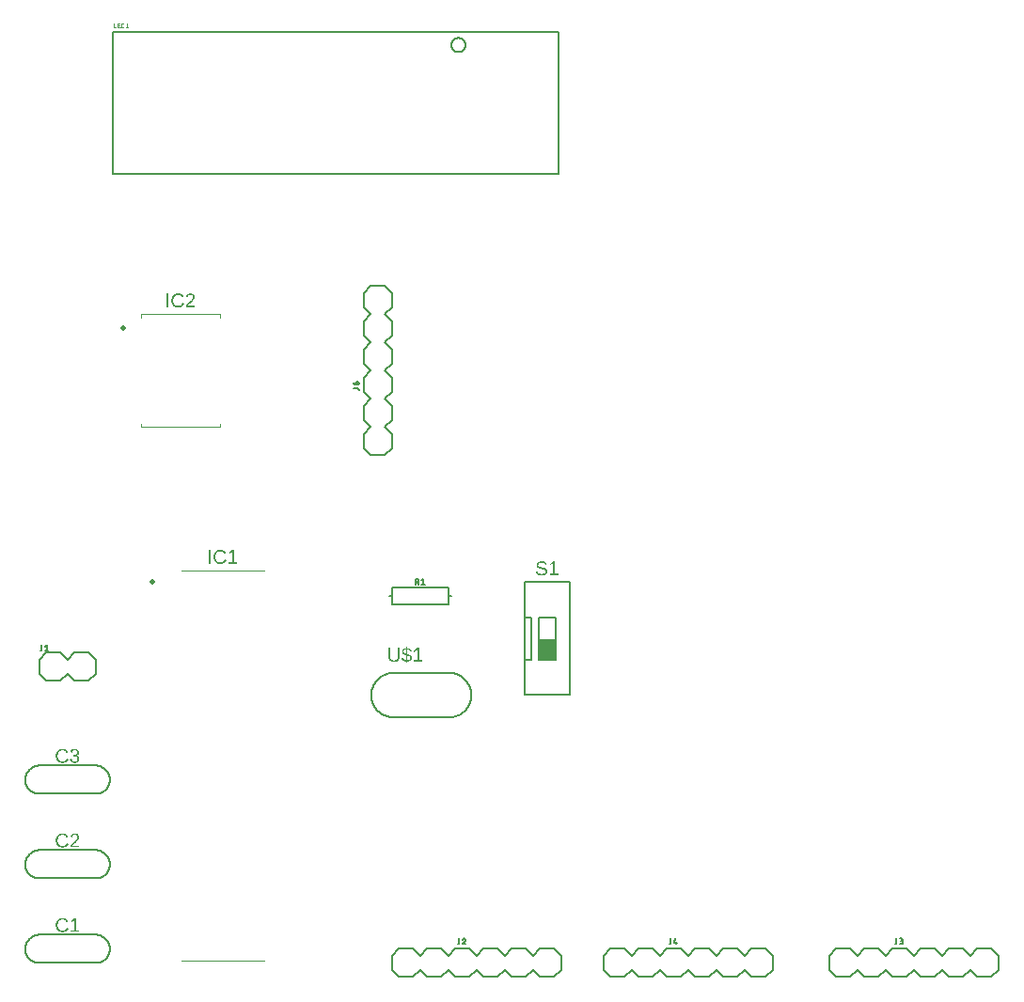
<source format=gbr>
G04 EAGLE Gerber RS-274X export*
G75*
%MOMM*%
%FSLAX34Y34*%
%LPD*%
%INSilkscreen Top*%
%IPPOS*%
%AMOC8*
5,1,8,0,0,1.08239X$1,22.5*%
G01*
G04 Define Apertures*
%ADD10C,0.152400*%
%ADD11C,0.500000*%
%ADD12C,0.120000*%
%ADD13C,0.203200*%
%ADD14C,0.127000*%
%ADD15R,1.524000X1.905000*%
G36*
X84363Y103965D02*
X83905Y103977D01*
X83462Y104013D01*
X83035Y104074D01*
X82624Y104159D01*
X82228Y104268D01*
X81848Y104401D01*
X81484Y104558D01*
X81136Y104740D01*
X80806Y104944D01*
X80495Y105169D01*
X80206Y105415D01*
X79936Y105682D01*
X79687Y105969D01*
X79458Y106277D01*
X79249Y106606D01*
X79060Y106956D01*
X78893Y107324D01*
X78748Y107709D01*
X78625Y108111D01*
X78525Y108529D01*
X78447Y108964D01*
X78391Y109415D01*
X78357Y109883D01*
X78346Y110367D01*
X78353Y110731D01*
X78371Y111085D01*
X78402Y111429D01*
X78446Y111763D01*
X78502Y112087D01*
X78570Y112401D01*
X78651Y112705D01*
X78745Y112999D01*
X78851Y113283D01*
X78969Y113557D01*
X79243Y114075D01*
X79567Y114554D01*
X79940Y114992D01*
X80358Y115384D01*
X80814Y115724D01*
X81056Y115874D01*
X81308Y116011D01*
X81570Y116135D01*
X81841Y116246D01*
X82122Y116345D01*
X82412Y116429D01*
X82712Y116501D01*
X83021Y116560D01*
X83340Y116606D01*
X83669Y116639D01*
X84007Y116658D01*
X84355Y116665D01*
X84837Y116653D01*
X85299Y116617D01*
X85742Y116556D01*
X86163Y116472D01*
X86565Y116364D01*
X86946Y116231D01*
X87307Y116075D01*
X87648Y115894D01*
X87968Y115690D01*
X88265Y115462D01*
X88541Y115211D01*
X88795Y114937D01*
X89027Y114640D01*
X89238Y114319D01*
X89426Y113975D01*
X89592Y113608D01*
X88007Y113082D01*
X87892Y113344D01*
X87760Y113589D01*
X87612Y113819D01*
X87448Y114033D01*
X87267Y114231D01*
X87070Y114413D01*
X86857Y114579D01*
X86627Y114729D01*
X86384Y114863D01*
X86130Y114978D01*
X85865Y115076D01*
X85589Y115156D01*
X85301Y115218D01*
X85003Y115263D01*
X84693Y115289D01*
X84372Y115298D01*
X83874Y115278D01*
X83404Y115216D01*
X82963Y115113D01*
X82550Y114969D01*
X82166Y114783D01*
X81810Y114557D01*
X81483Y114289D01*
X81184Y113980D01*
X80917Y113635D01*
X80686Y113260D01*
X80490Y112854D01*
X80330Y112418D01*
X80206Y111951D01*
X80117Y111454D01*
X80063Y110926D01*
X80045Y110367D01*
X80064Y109814D01*
X80120Y109289D01*
X80212Y108791D01*
X80342Y108321D01*
X80509Y107879D01*
X80713Y107465D01*
X80954Y107078D01*
X81232Y106719D01*
X81542Y106396D01*
X81878Y106116D01*
X82240Y105879D01*
X82628Y105685D01*
X83042Y105534D01*
X83483Y105426D01*
X83950Y105361D01*
X84442Y105340D01*
X84761Y105350D01*
X85070Y105380D01*
X85369Y105430D01*
X85658Y105500D01*
X85937Y105591D01*
X86206Y105701D01*
X86464Y105831D01*
X86713Y105981D01*
X86951Y106152D01*
X87180Y106342D01*
X87398Y106553D01*
X87607Y106783D01*
X87805Y107034D01*
X87993Y107305D01*
X88172Y107595D01*
X88340Y107906D01*
X89706Y107223D01*
X89506Y106836D01*
X89287Y106474D01*
X89048Y106135D01*
X88790Y105819D01*
X88512Y105528D01*
X88216Y105261D01*
X87900Y105017D01*
X87565Y104797D01*
X87213Y104602D01*
X86847Y104433D01*
X86468Y104290D01*
X86075Y104173D01*
X85668Y104082D01*
X85247Y104017D01*
X84812Y103978D01*
X84363Y103965D01*
G37*
G36*
X99473Y104140D02*
X91739Y104140D01*
X91739Y105480D01*
X94884Y105480D01*
X94884Y114974D01*
X92098Y112986D01*
X92098Y114475D01*
X95015Y116481D01*
X96469Y116481D01*
X96469Y105480D01*
X99473Y105480D01*
X99473Y104140D01*
G37*
G36*
X84363Y180165D02*
X83905Y180177D01*
X83462Y180213D01*
X83035Y180274D01*
X82624Y180359D01*
X82228Y180468D01*
X81848Y180601D01*
X81484Y180758D01*
X81136Y180940D01*
X80806Y181144D01*
X80495Y181369D01*
X80206Y181615D01*
X79936Y181882D01*
X79687Y182169D01*
X79458Y182477D01*
X79249Y182806D01*
X79060Y183156D01*
X78893Y183524D01*
X78748Y183909D01*
X78625Y184311D01*
X78525Y184729D01*
X78447Y185164D01*
X78391Y185615D01*
X78357Y186083D01*
X78346Y186567D01*
X78353Y186931D01*
X78371Y187285D01*
X78402Y187629D01*
X78446Y187963D01*
X78502Y188287D01*
X78570Y188601D01*
X78651Y188905D01*
X78745Y189199D01*
X78851Y189483D01*
X78969Y189757D01*
X79243Y190275D01*
X79567Y190754D01*
X79940Y191192D01*
X80358Y191584D01*
X80814Y191924D01*
X81056Y192074D01*
X81308Y192211D01*
X81570Y192335D01*
X81841Y192446D01*
X82122Y192545D01*
X82412Y192629D01*
X82712Y192701D01*
X83021Y192760D01*
X83340Y192806D01*
X83669Y192839D01*
X84007Y192858D01*
X84355Y192865D01*
X84837Y192853D01*
X85299Y192817D01*
X85742Y192756D01*
X86163Y192672D01*
X86565Y192564D01*
X86946Y192431D01*
X87307Y192275D01*
X87648Y192094D01*
X87968Y191890D01*
X88265Y191662D01*
X88541Y191411D01*
X88795Y191137D01*
X89027Y190840D01*
X89238Y190519D01*
X89426Y190175D01*
X89592Y189808D01*
X88007Y189282D01*
X87892Y189544D01*
X87760Y189789D01*
X87612Y190019D01*
X87448Y190233D01*
X87267Y190431D01*
X87070Y190613D01*
X86857Y190779D01*
X86627Y190929D01*
X86384Y191063D01*
X86130Y191178D01*
X85865Y191276D01*
X85589Y191356D01*
X85301Y191418D01*
X85003Y191463D01*
X84693Y191489D01*
X84372Y191498D01*
X83874Y191478D01*
X83404Y191416D01*
X82963Y191313D01*
X82550Y191169D01*
X82166Y190983D01*
X81810Y190757D01*
X81483Y190489D01*
X81184Y190180D01*
X80917Y189835D01*
X80686Y189460D01*
X80490Y189054D01*
X80330Y188618D01*
X80206Y188151D01*
X80117Y187654D01*
X80063Y187126D01*
X80045Y186567D01*
X80064Y186014D01*
X80120Y185489D01*
X80212Y184991D01*
X80342Y184521D01*
X80509Y184079D01*
X80713Y183665D01*
X80954Y183278D01*
X81232Y182919D01*
X81542Y182596D01*
X81878Y182316D01*
X82240Y182079D01*
X82628Y181885D01*
X83042Y181734D01*
X83483Y181626D01*
X83950Y181561D01*
X84442Y181540D01*
X84761Y181550D01*
X85070Y181580D01*
X85369Y181630D01*
X85658Y181700D01*
X85937Y181791D01*
X86206Y181901D01*
X86464Y182031D01*
X86713Y182181D01*
X86951Y182352D01*
X87180Y182542D01*
X87398Y182753D01*
X87607Y182983D01*
X87805Y183234D01*
X87993Y183505D01*
X88172Y183795D01*
X88340Y184106D01*
X89706Y183423D01*
X89506Y183036D01*
X89287Y182674D01*
X89048Y182335D01*
X88790Y182019D01*
X88512Y181728D01*
X88216Y181461D01*
X87900Y181217D01*
X87565Y180997D01*
X87213Y180802D01*
X86847Y180633D01*
X86468Y180490D01*
X86075Y180373D01*
X85668Y180282D01*
X85247Y180217D01*
X84812Y180178D01*
X84363Y180165D01*
G37*
G36*
X99447Y180340D02*
X91275Y180340D01*
X91275Y181452D01*
X91511Y181950D01*
X91771Y182417D01*
X92056Y182854D01*
X92365Y183261D01*
X92691Y183644D01*
X93026Y184008D01*
X93368Y184353D01*
X93719Y184680D01*
X94425Y185292D01*
X95124Y185858D01*
X95787Y186401D01*
X96381Y186944D01*
X96648Y187219D01*
X96888Y187500D01*
X97101Y187788D01*
X97288Y188083D01*
X97439Y188390D01*
X97547Y188718D01*
X97612Y189065D01*
X97634Y189431D01*
X97624Y189678D01*
X97597Y189911D01*
X97550Y190129D01*
X97485Y190333D01*
X97401Y190523D01*
X97299Y190699D01*
X97178Y190861D01*
X97038Y191008D01*
X96882Y191139D01*
X96711Y191253D01*
X96526Y191349D01*
X96327Y191428D01*
X96112Y191490D01*
X95884Y191533D01*
X95640Y191560D01*
X95383Y191568D01*
X95137Y191560D01*
X94901Y191534D01*
X94677Y191491D01*
X94464Y191432D01*
X94262Y191355D01*
X94071Y191261D01*
X93892Y191149D01*
X93723Y191021D01*
X93568Y190877D01*
X93430Y190720D01*
X93309Y190548D01*
X93205Y190363D01*
X93118Y190164D01*
X93047Y189951D01*
X92994Y189724D01*
X92957Y189484D01*
X91345Y189633D01*
X91403Y189993D01*
X91489Y190335D01*
X91604Y190658D01*
X91747Y190962D01*
X91918Y191247D01*
X92118Y191513D01*
X92346Y191760D01*
X92602Y191989D01*
X92882Y192194D01*
X93181Y192372D01*
X93500Y192523D01*
X93838Y192646D01*
X94195Y192742D01*
X94572Y192810D01*
X94968Y192851D01*
X95383Y192865D01*
X95836Y192851D01*
X96262Y192810D01*
X96661Y192741D01*
X97033Y192645D01*
X97378Y192521D01*
X97696Y192370D01*
X97987Y192191D01*
X98251Y191984D01*
X98486Y191753D01*
X98690Y191498D01*
X98862Y191220D01*
X99003Y190919D01*
X99113Y190595D01*
X99191Y190248D01*
X99238Y189877D01*
X99254Y189484D01*
X99234Y189125D01*
X99172Y188768D01*
X99069Y188412D01*
X98926Y188056D01*
X98741Y187702D01*
X98517Y187347D01*
X98253Y186992D01*
X97949Y186637D01*
X97551Y186234D01*
X97005Y185733D01*
X96312Y185135D01*
X95470Y184439D01*
X94992Y184037D01*
X94566Y183656D01*
X94191Y183295D01*
X93868Y182954D01*
X93591Y182627D01*
X93355Y182305D01*
X93161Y181990D01*
X93009Y181680D01*
X99447Y181680D01*
X99447Y180340D01*
G37*
G36*
X84363Y256365D02*
X83905Y256377D01*
X83462Y256413D01*
X83035Y256474D01*
X82624Y256559D01*
X82228Y256668D01*
X81848Y256801D01*
X81484Y256958D01*
X81136Y257140D01*
X80806Y257344D01*
X80495Y257569D01*
X80206Y257815D01*
X79936Y258082D01*
X79687Y258369D01*
X79458Y258677D01*
X79249Y259006D01*
X79060Y259356D01*
X78893Y259724D01*
X78748Y260109D01*
X78625Y260511D01*
X78525Y260929D01*
X78447Y261364D01*
X78391Y261815D01*
X78357Y262283D01*
X78346Y262767D01*
X78353Y263131D01*
X78371Y263485D01*
X78402Y263829D01*
X78446Y264163D01*
X78502Y264487D01*
X78570Y264801D01*
X78651Y265105D01*
X78745Y265399D01*
X78851Y265683D01*
X78969Y265957D01*
X79243Y266475D01*
X79567Y266954D01*
X79940Y267392D01*
X80358Y267784D01*
X80814Y268124D01*
X81056Y268274D01*
X81308Y268411D01*
X81570Y268535D01*
X81841Y268646D01*
X82122Y268745D01*
X82412Y268829D01*
X82712Y268901D01*
X83021Y268960D01*
X83340Y269006D01*
X83669Y269039D01*
X84007Y269058D01*
X84355Y269065D01*
X84837Y269053D01*
X85299Y269017D01*
X85742Y268956D01*
X86163Y268872D01*
X86565Y268764D01*
X86946Y268631D01*
X87307Y268475D01*
X87648Y268294D01*
X87968Y268090D01*
X88265Y267862D01*
X88541Y267611D01*
X88795Y267337D01*
X89027Y267040D01*
X89238Y266719D01*
X89426Y266375D01*
X89592Y266008D01*
X88007Y265482D01*
X87892Y265744D01*
X87760Y265989D01*
X87612Y266219D01*
X87448Y266433D01*
X87267Y266631D01*
X87070Y266813D01*
X86857Y266979D01*
X86627Y267129D01*
X86384Y267263D01*
X86130Y267378D01*
X85865Y267476D01*
X85589Y267556D01*
X85301Y267618D01*
X85003Y267663D01*
X84693Y267689D01*
X84372Y267698D01*
X83874Y267678D01*
X83404Y267616D01*
X82963Y267513D01*
X82550Y267369D01*
X82166Y267183D01*
X81810Y266957D01*
X81483Y266689D01*
X81184Y266380D01*
X80917Y266035D01*
X80686Y265660D01*
X80490Y265254D01*
X80330Y264818D01*
X80206Y264351D01*
X80117Y263854D01*
X80063Y263326D01*
X80045Y262767D01*
X80064Y262214D01*
X80120Y261689D01*
X80212Y261191D01*
X80342Y260721D01*
X80509Y260279D01*
X80713Y259865D01*
X80954Y259478D01*
X81232Y259119D01*
X81542Y258796D01*
X81878Y258516D01*
X82240Y258279D01*
X82628Y258085D01*
X83042Y257934D01*
X83483Y257826D01*
X83950Y257761D01*
X84442Y257740D01*
X84761Y257750D01*
X85070Y257780D01*
X85369Y257830D01*
X85658Y257900D01*
X85937Y257991D01*
X86206Y258101D01*
X86464Y258231D01*
X86713Y258381D01*
X86951Y258552D01*
X87180Y258742D01*
X87398Y258953D01*
X87607Y259183D01*
X87805Y259434D01*
X87993Y259705D01*
X88172Y259995D01*
X88340Y260306D01*
X89706Y259623D01*
X89506Y259236D01*
X89287Y258874D01*
X89048Y258535D01*
X88790Y258219D01*
X88512Y257928D01*
X88216Y257661D01*
X87900Y257417D01*
X87565Y257197D01*
X87213Y257002D01*
X86847Y256833D01*
X86468Y256690D01*
X86075Y256573D01*
X85668Y256482D01*
X85247Y256417D01*
X84812Y256378D01*
X84363Y256365D01*
G37*
G36*
X95374Y256365D02*
X94917Y256378D01*
X94484Y256418D01*
X94075Y256484D01*
X93689Y256576D01*
X93327Y256695D01*
X92989Y256840D01*
X92674Y257012D01*
X92383Y257210D01*
X92118Y257434D01*
X91881Y257683D01*
X91673Y257958D01*
X91493Y258258D01*
X91341Y258583D01*
X91218Y258934D01*
X91123Y259309D01*
X91056Y259711D01*
X92685Y259859D01*
X92733Y259594D01*
X92796Y259346D01*
X92876Y259115D01*
X92971Y258902D01*
X93083Y258705D01*
X93211Y258525D01*
X93355Y258363D01*
X93515Y258217D01*
X93691Y258089D01*
X93883Y257978D01*
X94092Y257884D01*
X94316Y257807D01*
X94556Y257747D01*
X94813Y257704D01*
X95085Y257678D01*
X95374Y257670D01*
X95664Y257679D01*
X95938Y257707D01*
X96195Y257752D01*
X96437Y257817D01*
X96663Y257899D01*
X96873Y258000D01*
X97066Y258119D01*
X97244Y258257D01*
X97403Y258412D01*
X97541Y258586D01*
X97658Y258777D01*
X97753Y258986D01*
X97827Y259213D01*
X97880Y259457D01*
X97912Y259719D01*
X97923Y260000D01*
X97911Y260245D01*
X97874Y260476D01*
X97814Y260693D01*
X97729Y260896D01*
X97620Y261086D01*
X97487Y261262D01*
X97329Y261424D01*
X97148Y261572D01*
X96943Y261704D01*
X96717Y261819D01*
X96470Y261916D01*
X96201Y261995D01*
X95910Y262057D01*
X95598Y262101D01*
X95265Y262128D01*
X94910Y262137D01*
X94016Y262137D01*
X94016Y263503D01*
X94875Y263503D01*
X95190Y263512D01*
X95487Y263538D01*
X95765Y263582D01*
X96025Y263644D01*
X96268Y263724D01*
X96492Y263821D01*
X96697Y263936D01*
X96885Y264068D01*
X97052Y264216D01*
X97197Y264378D01*
X97320Y264553D01*
X97420Y264741D01*
X97498Y264943D01*
X97554Y265159D01*
X97588Y265389D01*
X97599Y265631D01*
X97590Y265872D01*
X97562Y266100D01*
X97517Y266315D01*
X97453Y266517D01*
X97371Y266706D01*
X97271Y266882D01*
X97153Y267045D01*
X97016Y267195D01*
X96862Y267329D01*
X96690Y267446D01*
X96500Y267544D01*
X96293Y267625D01*
X96068Y267688D01*
X95825Y267733D01*
X95564Y267759D01*
X95286Y267768D01*
X95032Y267760D01*
X94790Y267735D01*
X94561Y267693D01*
X94344Y267635D01*
X94139Y267560D01*
X93947Y267468D01*
X93768Y267359D01*
X93600Y267234D01*
X93448Y267094D01*
X93312Y266940D01*
X93193Y266772D01*
X93091Y266590D01*
X93006Y266395D01*
X92938Y266186D01*
X92886Y265964D01*
X92852Y265728D01*
X91266Y265850D01*
X91324Y266219D01*
X91411Y266566D01*
X91525Y266893D01*
X91668Y267199D01*
X91839Y267484D01*
X92039Y267749D01*
X92267Y267992D01*
X92523Y268215D01*
X92803Y268414D01*
X93103Y268587D01*
X93421Y268733D01*
X93759Y268852D01*
X94116Y268945D01*
X94493Y269012D01*
X94889Y269051D01*
X95304Y269065D01*
X95755Y269051D01*
X96181Y269011D01*
X96580Y268943D01*
X96954Y268849D01*
X97302Y268728D01*
X97624Y268579D01*
X97920Y268404D01*
X98190Y268202D01*
X98431Y267976D01*
X98640Y267728D01*
X98817Y267460D01*
X98962Y267170D01*
X99074Y266858D01*
X99155Y266526D01*
X99203Y266173D01*
X99219Y265798D01*
X99209Y265509D01*
X99178Y265234D01*
X99126Y264973D01*
X99054Y264726D01*
X98961Y264493D01*
X98847Y264273D01*
X98713Y264067D01*
X98558Y263875D01*
X98383Y263698D01*
X98190Y263535D01*
X97977Y263387D01*
X97747Y263255D01*
X97497Y263137D01*
X97228Y263034D01*
X96941Y262946D01*
X96635Y262872D01*
X96635Y262837D01*
X96972Y262790D01*
X97289Y262724D01*
X97587Y262637D01*
X97866Y262531D01*
X98126Y262405D01*
X98366Y262259D01*
X98588Y262094D01*
X98790Y261909D01*
X98971Y261708D01*
X99127Y261494D01*
X99260Y261268D01*
X99368Y261029D01*
X99452Y260777D01*
X99512Y260513D01*
X99549Y260236D01*
X99561Y259947D01*
X99544Y259532D01*
X99493Y259141D01*
X99408Y258775D01*
X99289Y258432D01*
X99136Y258113D01*
X98950Y257819D01*
X98729Y257548D01*
X98475Y257302D01*
X98189Y257082D01*
X97874Y256892D01*
X97529Y256731D01*
X97156Y256599D01*
X96754Y256497D01*
X96323Y256423D01*
X95863Y256380D01*
X95374Y256365D01*
G37*
G36*
X226540Y435620D02*
X226082Y435632D01*
X225639Y435668D01*
X225212Y435729D01*
X224801Y435814D01*
X224405Y435923D01*
X224025Y436056D01*
X223661Y436213D01*
X223313Y436395D01*
X222983Y436599D01*
X222672Y436824D01*
X222383Y437070D01*
X222113Y437337D01*
X221864Y437624D01*
X221635Y437932D01*
X221426Y438261D01*
X221237Y438611D01*
X221070Y438979D01*
X220925Y439364D01*
X220802Y439766D01*
X220702Y440184D01*
X220624Y440619D01*
X220568Y441070D01*
X220535Y441538D01*
X220523Y442022D01*
X220530Y442386D01*
X220548Y442740D01*
X220579Y443084D01*
X220623Y443418D01*
X220679Y443742D01*
X220748Y444056D01*
X220828Y444360D01*
X220922Y444654D01*
X221028Y444938D01*
X221146Y445212D01*
X221420Y445730D01*
X221744Y446209D01*
X222117Y446647D01*
X222535Y447039D01*
X222991Y447379D01*
X223233Y447529D01*
X223485Y447666D01*
X223747Y447790D01*
X224018Y447901D01*
X224299Y448000D01*
X224589Y448084D01*
X224889Y448156D01*
X225198Y448215D01*
X225517Y448261D01*
X225846Y448294D01*
X226184Y448313D01*
X226532Y448320D01*
X227014Y448308D01*
X227477Y448272D01*
X227919Y448211D01*
X228340Y448127D01*
X228742Y448019D01*
X229123Y447886D01*
X229484Y447730D01*
X229825Y447549D01*
X230145Y447345D01*
X230442Y447117D01*
X230718Y446866D01*
X230972Y446592D01*
X231204Y446295D01*
X231415Y445974D01*
X231603Y445630D01*
X231769Y445263D01*
X230184Y444737D01*
X230069Y444999D01*
X229937Y445244D01*
X229789Y445474D01*
X229625Y445688D01*
X229444Y445886D01*
X229247Y446068D01*
X229034Y446234D01*
X228805Y446384D01*
X228561Y446518D01*
X228307Y446633D01*
X228042Y446731D01*
X227766Y446811D01*
X227478Y446873D01*
X227180Y446918D01*
X226870Y446944D01*
X226549Y446953D01*
X226051Y446933D01*
X225581Y446871D01*
X225140Y446768D01*
X224727Y446624D01*
X224343Y446438D01*
X223987Y446212D01*
X223660Y445944D01*
X223361Y445635D01*
X223094Y445290D01*
X222863Y444915D01*
X222667Y444509D01*
X222507Y444073D01*
X222383Y443606D01*
X222294Y443109D01*
X222240Y442581D01*
X222223Y442022D01*
X222241Y441469D01*
X222297Y440944D01*
X222389Y440446D01*
X222519Y439976D01*
X222686Y439534D01*
X222890Y439120D01*
X223131Y438733D01*
X223409Y438374D01*
X223719Y438051D01*
X224055Y437771D01*
X224417Y437534D01*
X224805Y437340D01*
X225220Y437189D01*
X225660Y437081D01*
X226127Y437016D01*
X226619Y436995D01*
X226938Y437005D01*
X227247Y437035D01*
X227546Y437085D01*
X227835Y437155D01*
X228114Y437246D01*
X228383Y437356D01*
X228641Y437486D01*
X228890Y437636D01*
X229129Y437807D01*
X229357Y437997D01*
X229575Y438208D01*
X229784Y438438D01*
X229982Y438689D01*
X230170Y438960D01*
X230349Y439250D01*
X230517Y439561D01*
X231883Y438878D01*
X231683Y438491D01*
X231464Y438129D01*
X231225Y437790D01*
X230967Y437474D01*
X230689Y437183D01*
X230393Y436916D01*
X230077Y436672D01*
X229742Y436452D01*
X229390Y436257D01*
X229024Y436088D01*
X228645Y435945D01*
X228252Y435828D01*
X227845Y435737D01*
X227424Y435672D01*
X226989Y435633D01*
X226540Y435620D01*
G37*
G36*
X241650Y435795D02*
X233916Y435795D01*
X233916Y437135D01*
X237061Y437135D01*
X237061Y446629D01*
X234275Y444641D01*
X234275Y446130D01*
X237192Y448136D01*
X238646Y448136D01*
X238646Y437135D01*
X241650Y437135D01*
X241650Y435795D01*
G37*
G36*
X217972Y435795D02*
X216299Y435795D01*
X216299Y448136D01*
X217972Y448136D01*
X217972Y435795D01*
G37*
G36*
X188440Y666575D02*
X187982Y666587D01*
X187539Y666623D01*
X187112Y666684D01*
X186701Y666769D01*
X186305Y666878D01*
X185925Y667011D01*
X185561Y667168D01*
X185213Y667350D01*
X184883Y667554D01*
X184572Y667779D01*
X184283Y668025D01*
X184013Y668292D01*
X183764Y668579D01*
X183535Y668887D01*
X183326Y669216D01*
X183137Y669566D01*
X182970Y669934D01*
X182825Y670319D01*
X182702Y670721D01*
X182602Y671139D01*
X182524Y671574D01*
X182468Y672025D01*
X182435Y672493D01*
X182423Y672977D01*
X182430Y673341D01*
X182448Y673695D01*
X182479Y674039D01*
X182523Y674373D01*
X182579Y674697D01*
X182648Y675011D01*
X182728Y675315D01*
X182822Y675609D01*
X182928Y675893D01*
X183046Y676167D01*
X183320Y676685D01*
X183644Y677164D01*
X184017Y677602D01*
X184435Y677994D01*
X184891Y678334D01*
X185133Y678484D01*
X185385Y678621D01*
X185647Y678745D01*
X185918Y678856D01*
X186199Y678955D01*
X186489Y679039D01*
X186789Y679111D01*
X187098Y679170D01*
X187417Y679216D01*
X187746Y679249D01*
X188084Y679268D01*
X188432Y679275D01*
X188914Y679263D01*
X189377Y679227D01*
X189819Y679166D01*
X190240Y679082D01*
X190642Y678974D01*
X191023Y678841D01*
X191384Y678685D01*
X191725Y678504D01*
X192045Y678300D01*
X192342Y678072D01*
X192618Y677821D01*
X192872Y677547D01*
X193104Y677250D01*
X193315Y676929D01*
X193503Y676585D01*
X193669Y676218D01*
X192084Y675692D01*
X191969Y675954D01*
X191837Y676199D01*
X191689Y676429D01*
X191525Y676643D01*
X191344Y676841D01*
X191147Y677023D01*
X190934Y677189D01*
X190705Y677339D01*
X190461Y677473D01*
X190207Y677588D01*
X189942Y677686D01*
X189666Y677766D01*
X189378Y677828D01*
X189080Y677873D01*
X188770Y677899D01*
X188449Y677908D01*
X187951Y677888D01*
X187481Y677826D01*
X187040Y677723D01*
X186627Y677579D01*
X186243Y677393D01*
X185887Y677167D01*
X185560Y676899D01*
X185261Y676590D01*
X184994Y676245D01*
X184763Y675870D01*
X184567Y675464D01*
X184407Y675028D01*
X184283Y674561D01*
X184194Y674064D01*
X184140Y673536D01*
X184123Y672977D01*
X184141Y672424D01*
X184197Y671899D01*
X184289Y671401D01*
X184419Y670931D01*
X184586Y670489D01*
X184790Y670075D01*
X185031Y669688D01*
X185309Y669329D01*
X185619Y669006D01*
X185955Y668726D01*
X186317Y668489D01*
X186705Y668295D01*
X187120Y668144D01*
X187560Y668036D01*
X188027Y667971D01*
X188519Y667950D01*
X188838Y667960D01*
X189147Y667990D01*
X189446Y668040D01*
X189735Y668110D01*
X190014Y668201D01*
X190283Y668311D01*
X190541Y668441D01*
X190790Y668591D01*
X191029Y668762D01*
X191257Y668952D01*
X191475Y669163D01*
X191684Y669393D01*
X191882Y669644D01*
X192070Y669915D01*
X192249Y670205D01*
X192417Y670516D01*
X193783Y669833D01*
X193583Y669446D01*
X193364Y669084D01*
X193125Y668745D01*
X192867Y668429D01*
X192589Y668138D01*
X192293Y667871D01*
X191977Y667627D01*
X191642Y667407D01*
X191290Y667212D01*
X190924Y667043D01*
X190545Y666900D01*
X190152Y666783D01*
X189745Y666692D01*
X189324Y666627D01*
X188889Y666588D01*
X188440Y666575D01*
G37*
G36*
X203524Y666750D02*
X195352Y666750D01*
X195352Y667862D01*
X195588Y668360D01*
X195848Y668827D01*
X196133Y669264D01*
X196443Y669671D01*
X196769Y670054D01*
X197103Y670418D01*
X197445Y670763D01*
X197796Y671090D01*
X198502Y671702D01*
X199201Y672268D01*
X199864Y672811D01*
X200458Y673354D01*
X200725Y673629D01*
X200965Y673910D01*
X201178Y674198D01*
X201365Y674493D01*
X201516Y674800D01*
X201624Y675128D01*
X201689Y675475D01*
X201711Y675841D01*
X201701Y676088D01*
X201674Y676321D01*
X201627Y676539D01*
X201562Y676743D01*
X201478Y676933D01*
X201376Y677109D01*
X201255Y677271D01*
X201115Y677418D01*
X200959Y677549D01*
X200788Y677663D01*
X200603Y677759D01*
X200404Y677838D01*
X200189Y677900D01*
X199961Y677943D01*
X199718Y677970D01*
X199460Y677978D01*
X199214Y677970D01*
X198978Y677944D01*
X198754Y677901D01*
X198541Y677842D01*
X198339Y677765D01*
X198149Y677671D01*
X197969Y677559D01*
X197800Y677431D01*
X197645Y677287D01*
X197508Y677130D01*
X197386Y676958D01*
X197282Y676773D01*
X197195Y676574D01*
X197124Y676361D01*
X197071Y676134D01*
X197034Y675894D01*
X195422Y676043D01*
X195480Y676403D01*
X195566Y676745D01*
X195681Y677068D01*
X195824Y677372D01*
X195995Y677657D01*
X196195Y677923D01*
X196423Y678170D01*
X196679Y678399D01*
X196959Y678604D01*
X197258Y678782D01*
X197577Y678933D01*
X197915Y679056D01*
X198272Y679152D01*
X198649Y679220D01*
X199045Y679261D01*
X199460Y679275D01*
X199913Y679261D01*
X200339Y679220D01*
X200738Y679151D01*
X201110Y679055D01*
X201455Y678931D01*
X201773Y678780D01*
X202064Y678601D01*
X202328Y678394D01*
X202563Y678163D01*
X202767Y677908D01*
X202939Y677630D01*
X203080Y677329D01*
X203190Y677005D01*
X203268Y676658D01*
X203315Y676287D01*
X203331Y675894D01*
X203311Y675535D01*
X203249Y675178D01*
X203146Y674822D01*
X203003Y674466D01*
X202818Y674112D01*
X202594Y673757D01*
X202330Y673402D01*
X202026Y673047D01*
X201628Y672644D01*
X201082Y672143D01*
X200389Y671545D01*
X199547Y670849D01*
X199070Y670447D01*
X198643Y670066D01*
X198268Y669705D01*
X197945Y669364D01*
X197668Y669037D01*
X197432Y668715D01*
X197238Y668400D01*
X197086Y668090D01*
X203524Y668090D01*
X203524Y666750D01*
G37*
G36*
X179872Y666750D02*
X178199Y666750D01*
X178199Y679091D01*
X179872Y679091D01*
X179872Y666750D01*
G37*
G36*
X139109Y918360D02*
X137638Y918360D01*
X137638Y922294D01*
X138939Y922294D01*
X139182Y922287D01*
X139410Y922263D01*
X139625Y922224D01*
X139825Y922169D01*
X140010Y922099D01*
X140182Y922012D01*
X140339Y921911D01*
X140482Y921793D01*
X140609Y921661D01*
X140719Y921516D01*
X140813Y921358D01*
X140889Y921186D01*
X140949Y921001D01*
X140991Y920803D01*
X141017Y920592D01*
X141025Y920368D01*
X141010Y920073D01*
X140966Y919797D01*
X140891Y919540D01*
X140788Y919302D01*
X140657Y919087D01*
X140501Y918899D01*
X140320Y918738D01*
X140115Y918603D01*
X139889Y918497D01*
X139646Y918421D01*
X139386Y918375D01*
X139109Y918360D01*
G37*
%LPC*%
G36*
X139048Y918787D02*
X139258Y918799D01*
X139455Y918835D01*
X139638Y918894D01*
X139809Y918977D01*
X139963Y919083D01*
X140099Y919209D01*
X140215Y919356D01*
X140313Y919524D01*
X140390Y919711D01*
X140445Y919914D01*
X140478Y920133D01*
X140489Y920368D01*
X140483Y920545D01*
X140464Y920712D01*
X140433Y920868D01*
X140389Y921012D01*
X140332Y921146D01*
X140263Y921270D01*
X140182Y921382D01*
X140088Y921483D01*
X139865Y921651D01*
X139737Y921717D01*
X139598Y921771D01*
X139447Y921813D01*
X139285Y921843D01*
X139112Y921861D01*
X138928Y921867D01*
X138171Y921867D01*
X138171Y918787D01*
X139048Y918787D01*
G37*
%LPD*%
G36*
X136925Y918360D02*
X133825Y918360D01*
X133825Y922294D01*
X136810Y922294D01*
X136810Y921859D01*
X134359Y921859D01*
X134359Y920597D01*
X136643Y920597D01*
X136643Y920167D01*
X134359Y920167D01*
X134359Y918796D01*
X136925Y918796D01*
X136925Y918360D01*
G37*
G36*
X144195Y918360D02*
X141729Y918360D01*
X141729Y918787D01*
X142732Y918787D01*
X142732Y921814D01*
X141844Y921180D01*
X141844Y921655D01*
X142774Y922294D01*
X143237Y922294D01*
X143237Y918787D01*
X144195Y918787D01*
X144195Y918360D01*
G37*
G36*
X133191Y918360D02*
X130669Y918360D01*
X130669Y922294D01*
X131202Y922294D01*
X131202Y918796D01*
X133191Y918796D01*
X133191Y918360D01*
G37*
G36*
X515774Y425275D02*
X515225Y425287D01*
X514705Y425324D01*
X514216Y425385D01*
X513755Y425471D01*
X513325Y425581D01*
X512924Y425716D01*
X512553Y425875D01*
X512211Y426059D01*
X511899Y426267D01*
X511617Y426500D01*
X511364Y426757D01*
X511141Y427039D01*
X510947Y427345D01*
X510784Y427675D01*
X510649Y428031D01*
X510545Y428410D01*
X512165Y428734D01*
X512245Y428466D01*
X512345Y428215D01*
X512464Y427983D01*
X512603Y427770D01*
X512762Y427575D01*
X512940Y427399D01*
X513138Y427241D01*
X513356Y427101D01*
X513594Y426979D01*
X513853Y426873D01*
X514132Y426783D01*
X514431Y426710D01*
X514752Y426653D01*
X515092Y426612D01*
X515453Y426588D01*
X515835Y426580D01*
X516229Y426589D01*
X516599Y426615D01*
X516946Y426658D01*
X517270Y426719D01*
X517571Y426797D01*
X517849Y426893D01*
X518104Y427006D01*
X518336Y427136D01*
X518542Y427283D01*
X518721Y427447D01*
X518872Y427626D01*
X518996Y427822D01*
X519092Y428035D01*
X519161Y428263D01*
X519202Y428508D01*
X519216Y428769D01*
X519199Y429057D01*
X519147Y429317D01*
X519061Y429548D01*
X518940Y429750D01*
X518788Y429931D01*
X518608Y430094D01*
X518400Y430241D01*
X518165Y430372D01*
X517903Y430490D01*
X517617Y430598D01*
X517308Y430696D01*
X516974Y430784D01*
X515441Y431143D01*
X514754Y431305D01*
X514154Y431467D01*
X513643Y431629D01*
X513221Y431791D01*
X512862Y431958D01*
X512543Y432134D01*
X512264Y432319D01*
X512025Y432514D01*
X511819Y432722D01*
X511639Y432946D01*
X511484Y433188D01*
X511355Y433447D01*
X511253Y433724D01*
X511181Y434020D01*
X511137Y434337D01*
X511123Y434673D01*
X511142Y435058D01*
X511199Y435420D01*
X511293Y435759D01*
X511426Y436076D01*
X511597Y436370D01*
X511805Y436642D01*
X512052Y436890D01*
X512336Y437116D01*
X512656Y437318D01*
X513008Y437492D01*
X513393Y437639D01*
X513811Y437760D01*
X514261Y437854D01*
X514744Y437921D01*
X515260Y437961D01*
X515809Y437975D01*
X516319Y437965D01*
X516798Y437934D01*
X517246Y437884D01*
X517663Y437814D01*
X518050Y437723D01*
X518405Y437613D01*
X518730Y437482D01*
X519023Y437331D01*
X519291Y437156D01*
X519538Y436952D01*
X519764Y436721D01*
X519969Y436461D01*
X520153Y436172D01*
X520317Y435855D01*
X520460Y435510D01*
X520582Y435137D01*
X518936Y434848D01*
X518860Y435085D01*
X518769Y435305D01*
X518663Y435508D01*
X518541Y435694D01*
X518405Y435864D01*
X518252Y436016D01*
X518085Y436152D01*
X517902Y436271D01*
X517702Y436375D01*
X517484Y436465D01*
X517248Y436541D01*
X516993Y436603D01*
X516720Y436651D01*
X516429Y436686D01*
X516119Y436707D01*
X515791Y436713D01*
X515432Y436706D01*
X515095Y436683D01*
X514780Y436645D01*
X514486Y436591D01*
X514215Y436522D01*
X513965Y436438D01*
X513737Y436338D01*
X513531Y436223D01*
X513349Y436093D01*
X513190Y435948D01*
X513056Y435787D01*
X512947Y435612D01*
X512862Y435422D01*
X512801Y435216D01*
X512764Y434996D01*
X512752Y434760D01*
X512771Y434488D01*
X512828Y434240D01*
X512922Y434017D01*
X513054Y433819D01*
X513222Y433640D01*
X513423Y433475D01*
X513658Y433324D01*
X513926Y433188D01*
X514281Y433052D01*
X514777Y432900D01*
X515415Y432734D01*
X516194Y432553D01*
X517328Y432286D01*
X517881Y432137D01*
X518410Y431962D01*
X518910Y431757D01*
X519378Y431520D01*
X519596Y431386D01*
X519799Y431237D01*
X519988Y431075D01*
X520162Y430898D01*
X520319Y430706D01*
X520458Y430497D01*
X520580Y430272D01*
X520683Y430031D01*
X520765Y429770D01*
X520824Y429488D01*
X520859Y429183D01*
X520871Y428857D01*
X520850Y428442D01*
X520788Y428051D01*
X520683Y427685D01*
X520537Y427342D01*
X520349Y427023D01*
X520120Y426729D01*
X519849Y426458D01*
X519535Y426212D01*
X519185Y425992D01*
X518799Y425802D01*
X518380Y425641D01*
X517927Y425509D01*
X517440Y425407D01*
X516919Y425333D01*
X516363Y425290D01*
X515774Y425275D01*
G37*
G36*
X530768Y425450D02*
X523034Y425450D01*
X523034Y426790D01*
X526178Y426790D01*
X526178Y436284D01*
X523393Y434296D01*
X523393Y435785D01*
X526310Y437791D01*
X527764Y437791D01*
X527764Y426790D01*
X530768Y426790D01*
X530768Y425450D01*
G37*
G36*
X394960Y346256D02*
X393874Y346256D01*
X393874Y347675D01*
X393420Y347706D01*
X392990Y347759D01*
X392585Y347834D01*
X392204Y347931D01*
X391847Y348050D01*
X391515Y348191D01*
X391206Y348355D01*
X390923Y348540D01*
X390663Y348748D01*
X390428Y348977D01*
X390218Y349229D01*
X390032Y349503D01*
X389870Y349799D01*
X389732Y350117D01*
X389619Y350457D01*
X389530Y350819D01*
X391019Y351144D01*
X391081Y350891D01*
X391158Y350655D01*
X391250Y350435D01*
X391357Y350230D01*
X391479Y350043D01*
X391616Y349871D01*
X391768Y349715D01*
X391934Y349576D01*
X392117Y349451D01*
X392317Y349341D01*
X392534Y349244D01*
X392768Y349162D01*
X393019Y349093D01*
X393287Y349039D01*
X393539Y349003D01*
X393572Y348998D01*
X393874Y348971D01*
X393874Y353316D01*
X393159Y353503D01*
X392564Y353681D01*
X392335Y353762D01*
X392089Y353849D01*
X391733Y354008D01*
X391452Y354167D01*
X391199Y354337D01*
X390974Y354519D01*
X390778Y354713D01*
X390609Y354915D01*
X390465Y355125D01*
X390346Y355342D01*
X390253Y355567D01*
X390182Y355806D01*
X390131Y356068D01*
X390101Y356353D01*
X390091Y356661D01*
X390106Y356992D01*
X390152Y357303D01*
X390229Y357596D01*
X390337Y357871D01*
X390476Y358127D01*
X390645Y358365D01*
X390845Y358585D01*
X391076Y358785D01*
X391335Y358966D01*
X391620Y359126D01*
X391931Y359263D01*
X392268Y359380D01*
X392631Y359475D01*
X393020Y359548D01*
X393434Y359600D01*
X393874Y359631D01*
X393874Y360778D01*
X394960Y360778D01*
X394960Y359631D01*
X395358Y359602D01*
X395733Y359555D01*
X396084Y359490D01*
X396412Y359406D01*
X396717Y359305D01*
X396998Y359185D01*
X397257Y359047D01*
X397492Y358890D01*
X397707Y358714D01*
X397906Y358514D01*
X398088Y358290D01*
X398254Y358044D01*
X398403Y357775D01*
X398536Y357482D01*
X398653Y357167D01*
X398753Y356828D01*
X397229Y356539D01*
X397119Y356928D01*
X396964Y357271D01*
X396764Y357569D01*
X396520Y357822D01*
X396378Y357931D01*
X396222Y358029D01*
X396050Y358116D01*
X395863Y358191D01*
X395660Y358255D01*
X395442Y358307D01*
X395209Y358348D01*
X394960Y358378D01*
X394960Y354481D01*
X395688Y354300D01*
X396302Y354128D01*
X396802Y353963D01*
X397190Y353806D01*
X397503Y353648D01*
X397782Y353480D01*
X398026Y353302D01*
X398236Y353114D01*
X398417Y352913D01*
X398576Y352694D01*
X398711Y352457D01*
X398823Y352203D01*
X398911Y351929D01*
X398974Y351632D01*
X399012Y351312D01*
X399024Y350968D01*
X399008Y350616D01*
X398958Y350281D01*
X398875Y349965D01*
X398760Y349666D01*
X398610Y349384D01*
X398428Y349121D01*
X398213Y348875D01*
X397965Y348647D01*
X397686Y348441D01*
X397379Y348258D01*
X397045Y348100D01*
X396684Y347966D01*
X396294Y347857D01*
X395877Y347772D01*
X395433Y347711D01*
X394960Y347675D01*
X394960Y346256D01*
G37*
%LPC*%
G36*
X394960Y348963D02*
X395260Y348989D01*
X395350Y349002D01*
X395542Y349029D01*
X395806Y349082D01*
X396052Y349149D01*
X396280Y349229D01*
X396490Y349322D01*
X396682Y349429D01*
X396857Y349549D01*
X397012Y349683D01*
X397146Y349828D01*
X397260Y349985D01*
X397353Y350154D01*
X397425Y350335D01*
X397477Y350528D01*
X397508Y350734D01*
X397518Y350951D01*
X397504Y351223D01*
X397461Y351470D01*
X397390Y351692D01*
X397290Y351888D01*
X397164Y352064D01*
X397012Y352224D01*
X396835Y352368D01*
X396633Y352497D01*
X396368Y352622D01*
X396001Y352758D01*
X395531Y352905D01*
X394960Y353062D01*
X394960Y348963D01*
G37*
G36*
X393874Y354708D02*
X393874Y358396D01*
X393599Y358375D01*
X393341Y358342D01*
X393101Y358298D01*
X392878Y358242D01*
X392674Y358175D01*
X392487Y358097D01*
X392318Y358007D01*
X392167Y357905D01*
X392033Y357792D01*
X391917Y357668D01*
X391820Y357532D01*
X391740Y357384D01*
X391677Y357225D01*
X391633Y357054D01*
X391606Y356872D01*
X391597Y356679D01*
X391611Y356430D01*
X391652Y356202D01*
X391720Y355993D01*
X391816Y355803D01*
X391820Y355798D01*
X391939Y355631D01*
X392089Y355472D01*
X392265Y355328D01*
X392469Y355199D01*
X392719Y355076D01*
X393037Y354954D01*
X393422Y354831D01*
X393874Y354708D01*
G37*
%LPD*%
G36*
X382802Y347325D02*
X382430Y347333D01*
X382069Y347359D01*
X381720Y347402D01*
X381384Y347463D01*
X381059Y347540D01*
X380746Y347635D01*
X380446Y347747D01*
X380157Y347877D01*
X379883Y348022D01*
X379624Y348184D01*
X379381Y348361D01*
X379155Y348553D01*
X378944Y348761D01*
X378748Y348985D01*
X378569Y349224D01*
X378406Y349479D01*
X378260Y349748D01*
X378134Y350030D01*
X378027Y350324D01*
X377939Y350631D01*
X377871Y350951D01*
X377823Y351283D01*
X377794Y351627D01*
X377784Y351984D01*
X377784Y359841D01*
X379457Y359841D01*
X379457Y352125D01*
X379470Y351715D01*
X379510Y351330D01*
X379577Y350971D01*
X379671Y350638D01*
X379792Y350330D01*
X379940Y350047D01*
X380114Y349790D01*
X380315Y349558D01*
X380542Y349353D01*
X380792Y349175D01*
X381066Y349025D01*
X381364Y348901D01*
X381686Y348806D01*
X382031Y348737D01*
X382401Y348696D01*
X382794Y348682D01*
X383198Y348697D01*
X383580Y348739D01*
X383938Y348810D01*
X384273Y348909D01*
X384585Y349037D01*
X384874Y349192D01*
X385139Y349376D01*
X385382Y349589D01*
X385598Y349829D01*
X385786Y350094D01*
X385945Y350386D01*
X386075Y350705D01*
X386176Y351049D01*
X386248Y351419D01*
X386291Y351816D01*
X386306Y352238D01*
X386306Y359841D01*
X387970Y359841D01*
X387970Y352142D01*
X387960Y351774D01*
X387930Y351419D01*
X387881Y351077D01*
X387811Y350747D01*
X387722Y350431D01*
X387613Y350127D01*
X387484Y349836D01*
X387335Y349558D01*
X387168Y349295D01*
X386985Y349047D01*
X386785Y348816D01*
X386569Y348600D01*
X386336Y348401D01*
X386087Y348217D01*
X385821Y348050D01*
X385540Y347899D01*
X385243Y347764D01*
X384933Y347648D01*
X384611Y347549D01*
X384275Y347468D01*
X383926Y347406D01*
X383565Y347361D01*
X383190Y347334D01*
X382802Y347325D01*
G37*
G36*
X408406Y347500D02*
X400673Y347500D01*
X400673Y348840D01*
X403817Y348840D01*
X403817Y358334D01*
X401032Y356346D01*
X401032Y357835D01*
X403948Y359841D01*
X405402Y359841D01*
X405402Y348840D01*
X408406Y348840D01*
X408406Y347500D01*
G37*
D10*
X63500Y101600D02*
X114300Y101600D01*
X114609Y101596D01*
X114918Y101585D01*
X115227Y101566D01*
X115535Y101540D01*
X115843Y101506D01*
X116149Y101465D01*
X116455Y101416D01*
X116759Y101360D01*
X117061Y101296D01*
X117362Y101225D01*
X117662Y101147D01*
X117959Y101062D01*
X118254Y100969D01*
X118547Y100869D01*
X118837Y100762D01*
X119124Y100648D01*
X119409Y100527D01*
X119691Y100399D01*
X119969Y100265D01*
X120244Y100123D01*
X120516Y99975D01*
X120783Y99820D01*
X121047Y99659D01*
X121307Y99492D01*
X121563Y99318D01*
X121815Y99138D01*
X122062Y98952D01*
X122304Y98760D01*
X122542Y98562D01*
X122775Y98359D01*
X123003Y98149D01*
X123225Y97935D01*
X123443Y97715D01*
X123655Y97489D01*
X123861Y97259D01*
X124062Y97024D01*
X124257Y96784D01*
X124446Y96539D01*
X124629Y96290D01*
X124806Y96036D01*
X124976Y95778D01*
X125141Y95516D01*
X125299Y95250D01*
X125450Y94980D01*
X125595Y94707D01*
X125733Y94430D01*
X125864Y94150D01*
X125988Y93867D01*
X126106Y93581D01*
X126216Y93292D01*
X126320Y93001D01*
X126416Y92707D01*
X126505Y92411D01*
X126587Y92112D01*
X126662Y91812D01*
X126729Y91510D01*
X126789Y91207D01*
X126841Y90902D01*
X126886Y90596D01*
X126924Y90289D01*
X126954Y89981D01*
X126976Y89673D01*
X126992Y89364D01*
X126999Y89055D01*
X126999Y88745D01*
X126992Y88436D01*
X126976Y88127D01*
X126954Y87819D01*
X126924Y87511D01*
X126886Y87204D01*
X126841Y86898D01*
X126789Y86593D01*
X126729Y86290D01*
X126662Y85988D01*
X126587Y85688D01*
X126505Y85389D01*
X126416Y85093D01*
X126320Y84799D01*
X126216Y84508D01*
X126106Y84219D01*
X125988Y83933D01*
X125864Y83650D01*
X125733Y83370D01*
X125595Y83093D01*
X125450Y82820D01*
X125299Y82550D01*
X125141Y82284D01*
X124976Y82022D01*
X124806Y81764D01*
X124629Y81510D01*
X124446Y81261D01*
X124257Y81016D01*
X124062Y80776D01*
X123861Y80541D01*
X123655Y80311D01*
X123443Y80085D01*
X123225Y79865D01*
X123003Y79651D01*
X122775Y79441D01*
X122542Y79238D01*
X122304Y79040D01*
X122062Y78848D01*
X121815Y78662D01*
X121563Y78482D01*
X121307Y78308D01*
X121047Y78141D01*
X120783Y77980D01*
X120516Y77825D01*
X120244Y77677D01*
X119969Y77535D01*
X119691Y77401D01*
X119409Y77273D01*
X119124Y77152D01*
X118837Y77038D01*
X118547Y76931D01*
X118254Y76831D01*
X117959Y76738D01*
X117662Y76653D01*
X117362Y76575D01*
X117061Y76504D01*
X116759Y76440D01*
X116455Y76384D01*
X116149Y76335D01*
X115843Y76294D01*
X115535Y76260D01*
X115227Y76234D01*
X114918Y76215D01*
X114609Y76204D01*
X114300Y76200D01*
X63500Y76200D01*
X63191Y76204D01*
X62882Y76215D01*
X62573Y76234D01*
X62265Y76260D01*
X61957Y76294D01*
X61651Y76335D01*
X61345Y76384D01*
X61041Y76440D01*
X60739Y76504D01*
X60438Y76575D01*
X60138Y76653D01*
X59841Y76738D01*
X59546Y76831D01*
X59253Y76931D01*
X58963Y77038D01*
X58676Y77152D01*
X58391Y77273D01*
X58109Y77401D01*
X57831Y77535D01*
X57556Y77677D01*
X57284Y77825D01*
X57017Y77980D01*
X56753Y78141D01*
X56493Y78308D01*
X56237Y78482D01*
X55985Y78662D01*
X55738Y78848D01*
X55496Y79040D01*
X55258Y79238D01*
X55025Y79441D01*
X54797Y79651D01*
X54575Y79865D01*
X54357Y80085D01*
X54145Y80311D01*
X53939Y80541D01*
X53738Y80776D01*
X53543Y81016D01*
X53354Y81261D01*
X53171Y81510D01*
X52994Y81764D01*
X52824Y82022D01*
X52659Y82284D01*
X52501Y82550D01*
X52350Y82820D01*
X52205Y83093D01*
X52067Y83370D01*
X51936Y83650D01*
X51812Y83933D01*
X51694Y84219D01*
X51584Y84508D01*
X51480Y84799D01*
X51384Y85093D01*
X51295Y85389D01*
X51213Y85688D01*
X51138Y85988D01*
X51071Y86290D01*
X51011Y86593D01*
X50959Y86898D01*
X50914Y87204D01*
X50876Y87511D01*
X50846Y87819D01*
X50824Y88127D01*
X50808Y88436D01*
X50801Y88745D01*
X50801Y89055D01*
X50808Y89364D01*
X50824Y89673D01*
X50846Y89981D01*
X50876Y90289D01*
X50914Y90596D01*
X50959Y90902D01*
X51011Y91207D01*
X51071Y91510D01*
X51138Y91812D01*
X51213Y92112D01*
X51295Y92411D01*
X51384Y92707D01*
X51480Y93001D01*
X51584Y93292D01*
X51694Y93581D01*
X51812Y93867D01*
X51936Y94150D01*
X52067Y94430D01*
X52205Y94707D01*
X52350Y94980D01*
X52501Y95250D01*
X52659Y95516D01*
X52824Y95778D01*
X52994Y96036D01*
X53171Y96290D01*
X53354Y96539D01*
X53543Y96784D01*
X53738Y97024D01*
X53939Y97259D01*
X54145Y97489D01*
X54357Y97715D01*
X54575Y97935D01*
X54797Y98149D01*
X55025Y98359D01*
X55258Y98562D01*
X55496Y98760D01*
X55738Y98952D01*
X55985Y99138D01*
X56237Y99318D01*
X56493Y99492D01*
X56753Y99659D01*
X57017Y99820D01*
X57284Y99975D01*
X57556Y100123D01*
X57831Y100265D01*
X58109Y100399D01*
X58391Y100527D01*
X58676Y100648D01*
X58963Y100762D01*
X59253Y100869D01*
X59546Y100969D01*
X59841Y101062D01*
X60138Y101147D01*
X60438Y101225D01*
X60739Y101296D01*
X61041Y101360D01*
X61345Y101416D01*
X61651Y101465D01*
X61957Y101506D01*
X62265Y101540D01*
X62573Y101566D01*
X62882Y101585D01*
X63191Y101596D01*
X63500Y101600D01*
X63500Y177800D02*
X114300Y177800D01*
X114609Y177796D01*
X114918Y177785D01*
X115227Y177766D01*
X115535Y177740D01*
X115843Y177706D01*
X116149Y177665D01*
X116455Y177616D01*
X116759Y177560D01*
X117061Y177496D01*
X117362Y177425D01*
X117662Y177347D01*
X117959Y177262D01*
X118254Y177169D01*
X118547Y177069D01*
X118837Y176962D01*
X119124Y176848D01*
X119409Y176727D01*
X119691Y176599D01*
X119969Y176465D01*
X120244Y176323D01*
X120516Y176175D01*
X120783Y176020D01*
X121047Y175859D01*
X121307Y175692D01*
X121563Y175518D01*
X121815Y175338D01*
X122062Y175152D01*
X122304Y174960D01*
X122542Y174762D01*
X122775Y174559D01*
X123003Y174349D01*
X123225Y174135D01*
X123443Y173915D01*
X123655Y173689D01*
X123861Y173459D01*
X124062Y173224D01*
X124257Y172984D01*
X124446Y172739D01*
X124629Y172490D01*
X124806Y172236D01*
X124976Y171978D01*
X125141Y171716D01*
X125299Y171450D01*
X125450Y171180D01*
X125595Y170907D01*
X125733Y170630D01*
X125864Y170350D01*
X125988Y170067D01*
X126106Y169781D01*
X126216Y169492D01*
X126320Y169201D01*
X126416Y168907D01*
X126505Y168611D01*
X126587Y168312D01*
X126662Y168012D01*
X126729Y167710D01*
X126789Y167407D01*
X126841Y167102D01*
X126886Y166796D01*
X126924Y166489D01*
X126954Y166181D01*
X126976Y165873D01*
X126992Y165564D01*
X126999Y165255D01*
X126999Y164945D01*
X126992Y164636D01*
X126976Y164327D01*
X126954Y164019D01*
X126924Y163711D01*
X126886Y163404D01*
X126841Y163098D01*
X126789Y162793D01*
X126729Y162490D01*
X126662Y162188D01*
X126587Y161888D01*
X126505Y161589D01*
X126416Y161293D01*
X126320Y160999D01*
X126216Y160708D01*
X126106Y160419D01*
X125988Y160133D01*
X125864Y159850D01*
X125733Y159570D01*
X125595Y159293D01*
X125450Y159020D01*
X125299Y158750D01*
X125141Y158484D01*
X124976Y158222D01*
X124806Y157964D01*
X124629Y157710D01*
X124446Y157461D01*
X124257Y157216D01*
X124062Y156976D01*
X123861Y156741D01*
X123655Y156511D01*
X123443Y156285D01*
X123225Y156065D01*
X123003Y155851D01*
X122775Y155641D01*
X122542Y155438D01*
X122304Y155240D01*
X122062Y155048D01*
X121815Y154862D01*
X121563Y154682D01*
X121307Y154508D01*
X121047Y154341D01*
X120783Y154180D01*
X120516Y154025D01*
X120244Y153877D01*
X119969Y153735D01*
X119691Y153601D01*
X119409Y153473D01*
X119124Y153352D01*
X118837Y153238D01*
X118547Y153131D01*
X118254Y153031D01*
X117959Y152938D01*
X117662Y152853D01*
X117362Y152775D01*
X117061Y152704D01*
X116759Y152640D01*
X116455Y152584D01*
X116149Y152535D01*
X115843Y152494D01*
X115535Y152460D01*
X115227Y152434D01*
X114918Y152415D01*
X114609Y152404D01*
X114300Y152400D01*
X63500Y152400D01*
X63191Y152404D01*
X62882Y152415D01*
X62573Y152434D01*
X62265Y152460D01*
X61957Y152494D01*
X61651Y152535D01*
X61345Y152584D01*
X61041Y152640D01*
X60739Y152704D01*
X60438Y152775D01*
X60138Y152853D01*
X59841Y152938D01*
X59546Y153031D01*
X59253Y153131D01*
X58963Y153238D01*
X58676Y153352D01*
X58391Y153473D01*
X58109Y153601D01*
X57831Y153735D01*
X57556Y153877D01*
X57284Y154025D01*
X57017Y154180D01*
X56753Y154341D01*
X56493Y154508D01*
X56237Y154682D01*
X55985Y154862D01*
X55738Y155048D01*
X55496Y155240D01*
X55258Y155438D01*
X55025Y155641D01*
X54797Y155851D01*
X54575Y156065D01*
X54357Y156285D01*
X54145Y156511D01*
X53939Y156741D01*
X53738Y156976D01*
X53543Y157216D01*
X53354Y157461D01*
X53171Y157710D01*
X52994Y157964D01*
X52824Y158222D01*
X52659Y158484D01*
X52501Y158750D01*
X52350Y159020D01*
X52205Y159293D01*
X52067Y159570D01*
X51936Y159850D01*
X51812Y160133D01*
X51694Y160419D01*
X51584Y160708D01*
X51480Y160999D01*
X51384Y161293D01*
X51295Y161589D01*
X51213Y161888D01*
X51138Y162188D01*
X51071Y162490D01*
X51011Y162793D01*
X50959Y163098D01*
X50914Y163404D01*
X50876Y163711D01*
X50846Y164019D01*
X50824Y164327D01*
X50808Y164636D01*
X50801Y164945D01*
X50801Y165255D01*
X50808Y165564D01*
X50824Y165873D01*
X50846Y166181D01*
X50876Y166489D01*
X50914Y166796D01*
X50959Y167102D01*
X51011Y167407D01*
X51071Y167710D01*
X51138Y168012D01*
X51213Y168312D01*
X51295Y168611D01*
X51384Y168907D01*
X51480Y169201D01*
X51584Y169492D01*
X51694Y169781D01*
X51812Y170067D01*
X51936Y170350D01*
X52067Y170630D01*
X52205Y170907D01*
X52350Y171180D01*
X52501Y171450D01*
X52659Y171716D01*
X52824Y171978D01*
X52994Y172236D01*
X53171Y172490D01*
X53354Y172739D01*
X53543Y172984D01*
X53738Y173224D01*
X53939Y173459D01*
X54145Y173689D01*
X54357Y173915D01*
X54575Y174135D01*
X54797Y174349D01*
X55025Y174559D01*
X55258Y174762D01*
X55496Y174960D01*
X55738Y175152D01*
X55985Y175338D01*
X56237Y175518D01*
X56493Y175692D01*
X56753Y175859D01*
X57017Y176020D01*
X57284Y176175D01*
X57556Y176323D01*
X57831Y176465D01*
X58109Y176599D01*
X58391Y176727D01*
X58676Y176848D01*
X58963Y176962D01*
X59253Y177069D01*
X59546Y177169D01*
X59841Y177262D01*
X60138Y177347D01*
X60438Y177425D01*
X60739Y177496D01*
X61041Y177560D01*
X61345Y177616D01*
X61651Y177665D01*
X61957Y177706D01*
X62265Y177740D01*
X62573Y177766D01*
X62882Y177785D01*
X63191Y177796D01*
X63500Y177800D01*
X63500Y254000D02*
X114300Y254000D01*
X114609Y253996D01*
X114918Y253985D01*
X115227Y253966D01*
X115535Y253940D01*
X115843Y253906D01*
X116149Y253865D01*
X116455Y253816D01*
X116759Y253760D01*
X117061Y253696D01*
X117362Y253625D01*
X117662Y253547D01*
X117959Y253462D01*
X118254Y253369D01*
X118547Y253269D01*
X118837Y253162D01*
X119124Y253048D01*
X119409Y252927D01*
X119691Y252799D01*
X119969Y252665D01*
X120244Y252523D01*
X120516Y252375D01*
X120783Y252220D01*
X121047Y252059D01*
X121307Y251892D01*
X121563Y251718D01*
X121815Y251538D01*
X122062Y251352D01*
X122304Y251160D01*
X122542Y250962D01*
X122775Y250759D01*
X123003Y250549D01*
X123225Y250335D01*
X123443Y250115D01*
X123655Y249889D01*
X123861Y249659D01*
X124062Y249424D01*
X124257Y249184D01*
X124446Y248939D01*
X124629Y248690D01*
X124806Y248436D01*
X124976Y248178D01*
X125141Y247916D01*
X125299Y247650D01*
X125450Y247380D01*
X125595Y247107D01*
X125733Y246830D01*
X125864Y246550D01*
X125988Y246267D01*
X126106Y245981D01*
X126216Y245692D01*
X126320Y245401D01*
X126416Y245107D01*
X126505Y244811D01*
X126587Y244512D01*
X126662Y244212D01*
X126729Y243910D01*
X126789Y243607D01*
X126841Y243302D01*
X126886Y242996D01*
X126924Y242689D01*
X126954Y242381D01*
X126976Y242073D01*
X126992Y241764D01*
X126999Y241455D01*
X126999Y241145D01*
X126992Y240836D01*
X126976Y240527D01*
X126954Y240219D01*
X126924Y239911D01*
X126886Y239604D01*
X126841Y239298D01*
X126789Y238993D01*
X126729Y238690D01*
X126662Y238388D01*
X126587Y238088D01*
X126505Y237789D01*
X126416Y237493D01*
X126320Y237199D01*
X126216Y236908D01*
X126106Y236619D01*
X125988Y236333D01*
X125864Y236050D01*
X125733Y235770D01*
X125595Y235493D01*
X125450Y235220D01*
X125299Y234950D01*
X125141Y234684D01*
X124976Y234422D01*
X124806Y234164D01*
X124629Y233910D01*
X124446Y233661D01*
X124257Y233416D01*
X124062Y233176D01*
X123861Y232941D01*
X123655Y232711D01*
X123443Y232485D01*
X123225Y232265D01*
X123003Y232051D01*
X122775Y231841D01*
X122542Y231638D01*
X122304Y231440D01*
X122062Y231248D01*
X121815Y231062D01*
X121563Y230882D01*
X121307Y230708D01*
X121047Y230541D01*
X120783Y230380D01*
X120516Y230225D01*
X120244Y230077D01*
X119969Y229935D01*
X119691Y229801D01*
X119409Y229673D01*
X119124Y229552D01*
X118837Y229438D01*
X118547Y229331D01*
X118254Y229231D01*
X117959Y229138D01*
X117662Y229053D01*
X117362Y228975D01*
X117061Y228904D01*
X116759Y228840D01*
X116455Y228784D01*
X116149Y228735D01*
X115843Y228694D01*
X115535Y228660D01*
X115227Y228634D01*
X114918Y228615D01*
X114609Y228604D01*
X114300Y228600D01*
X63500Y228600D01*
X63191Y228604D01*
X62882Y228615D01*
X62573Y228634D01*
X62265Y228660D01*
X61957Y228694D01*
X61651Y228735D01*
X61345Y228784D01*
X61041Y228840D01*
X60739Y228904D01*
X60438Y228975D01*
X60138Y229053D01*
X59841Y229138D01*
X59546Y229231D01*
X59253Y229331D01*
X58963Y229438D01*
X58676Y229552D01*
X58391Y229673D01*
X58109Y229801D01*
X57831Y229935D01*
X57556Y230077D01*
X57284Y230225D01*
X57017Y230380D01*
X56753Y230541D01*
X56493Y230708D01*
X56237Y230882D01*
X55985Y231062D01*
X55738Y231248D01*
X55496Y231440D01*
X55258Y231638D01*
X55025Y231841D01*
X54797Y232051D01*
X54575Y232265D01*
X54357Y232485D01*
X54145Y232711D01*
X53939Y232941D01*
X53738Y233176D01*
X53543Y233416D01*
X53354Y233661D01*
X53171Y233910D01*
X52994Y234164D01*
X52824Y234422D01*
X52659Y234684D01*
X52501Y234950D01*
X52350Y235220D01*
X52205Y235493D01*
X52067Y235770D01*
X51936Y236050D01*
X51812Y236333D01*
X51694Y236619D01*
X51584Y236908D01*
X51480Y237199D01*
X51384Y237493D01*
X51295Y237789D01*
X51213Y238088D01*
X51138Y238388D01*
X51071Y238690D01*
X51011Y238993D01*
X50959Y239298D01*
X50914Y239604D01*
X50876Y239911D01*
X50846Y240219D01*
X50824Y240527D01*
X50808Y240836D01*
X50801Y241145D01*
X50801Y241455D01*
X50808Y241764D01*
X50824Y242073D01*
X50846Y242381D01*
X50876Y242689D01*
X50914Y242996D01*
X50959Y243302D01*
X51011Y243607D01*
X51071Y243910D01*
X51138Y244212D01*
X51213Y244512D01*
X51295Y244811D01*
X51384Y245107D01*
X51480Y245401D01*
X51584Y245692D01*
X51694Y245981D01*
X51812Y246267D01*
X51936Y246550D01*
X52067Y246830D01*
X52205Y247107D01*
X52350Y247380D01*
X52501Y247650D01*
X52659Y247916D01*
X52824Y248178D01*
X52994Y248436D01*
X53171Y248690D01*
X53354Y248939D01*
X53543Y249184D01*
X53738Y249424D01*
X53939Y249659D01*
X54145Y249889D01*
X54357Y250115D01*
X54575Y250335D01*
X54797Y250549D01*
X55025Y250759D01*
X55258Y250962D01*
X55496Y251160D01*
X55738Y251352D01*
X55985Y251538D01*
X56237Y251718D01*
X56493Y251892D01*
X56753Y252059D01*
X57017Y252220D01*
X57284Y252375D01*
X57556Y252523D01*
X57831Y252665D01*
X58109Y252799D01*
X58391Y252927D01*
X58676Y253048D01*
X58963Y253162D01*
X59253Y253269D01*
X59546Y253369D01*
X59841Y253462D01*
X60138Y253547D01*
X60438Y253625D01*
X60739Y253696D01*
X61041Y253760D01*
X61345Y253816D01*
X61651Y253865D01*
X61957Y253906D01*
X62265Y253940D01*
X62573Y253966D01*
X62882Y253985D01*
X63191Y253996D01*
X63500Y254000D01*
D11*
X165555Y419100D03*
D12*
X191135Y429445D02*
X266065Y429445D01*
X266065Y78555D02*
X191135Y78555D01*
D11*
X138850Y647700D03*
D12*
X154950Y657500D02*
X154950Y660400D01*
X226050Y660400D01*
X226050Y657500D01*
X154950Y561700D02*
X154950Y558800D01*
X226050Y558800D01*
X226050Y561700D01*
D13*
X82550Y355600D02*
X69850Y355600D01*
X82550Y355600D02*
X88900Y349250D01*
X88900Y336550D02*
X82550Y330200D01*
X88900Y349250D02*
X95250Y355600D01*
X107950Y355600D01*
X114300Y349250D01*
X114300Y336550D02*
X107950Y330200D01*
X95250Y330200D01*
X88900Y336550D01*
X63500Y336550D02*
X63500Y349250D01*
X69850Y355600D01*
X63500Y336550D02*
X69850Y330200D01*
X82550Y330200D01*
X114300Y336550D02*
X114300Y349250D01*
D14*
X65744Y358577D02*
X65744Y362331D01*
X65743Y358577D02*
X65741Y358512D01*
X65735Y358448D01*
X65725Y358384D01*
X65712Y358320D01*
X65694Y358258D01*
X65673Y358197D01*
X65649Y358137D01*
X65620Y358079D01*
X65588Y358022D01*
X65553Y357968D01*
X65515Y357916D01*
X65473Y357866D01*
X65429Y357819D01*
X65382Y357775D01*
X65332Y357733D01*
X65280Y357695D01*
X65226Y357660D01*
X65169Y357628D01*
X65111Y357599D01*
X65051Y357575D01*
X64990Y357554D01*
X64928Y357536D01*
X64864Y357523D01*
X64800Y357513D01*
X64736Y357507D01*
X64671Y357505D01*
X64135Y357505D01*
X68692Y361259D02*
X70032Y362331D01*
X70032Y357505D01*
X68692Y357505D02*
X71373Y357505D01*
D13*
X508000Y82550D02*
X514350Y88900D01*
X527050Y88900D01*
X533400Y82550D01*
X533400Y69850D02*
X527050Y63500D01*
X514350Y63500D01*
X508000Y69850D01*
X476250Y88900D02*
X463550Y88900D01*
X476250Y88900D02*
X482600Y82550D01*
X482600Y69850D02*
X476250Y63500D01*
X482600Y82550D02*
X488950Y88900D01*
X501650Y88900D01*
X508000Y82550D01*
X508000Y69850D02*
X501650Y63500D01*
X488950Y63500D01*
X482600Y69850D01*
X438150Y88900D02*
X431800Y82550D01*
X438150Y88900D02*
X450850Y88900D01*
X457200Y82550D01*
X457200Y69850D02*
X450850Y63500D01*
X438150Y63500D01*
X431800Y69850D01*
X457200Y82550D02*
X463550Y88900D01*
X457200Y69850D02*
X463550Y63500D01*
X476250Y63500D01*
X400050Y88900D02*
X387350Y88900D01*
X400050Y88900D02*
X406400Y82550D01*
X406400Y69850D02*
X400050Y63500D01*
X406400Y82550D02*
X412750Y88900D01*
X425450Y88900D01*
X431800Y82550D01*
X431800Y69850D02*
X425450Y63500D01*
X412750Y63500D01*
X406400Y69850D01*
X381000Y69850D02*
X381000Y82550D01*
X387350Y88900D01*
X381000Y69850D02*
X387350Y63500D01*
X400050Y63500D01*
X533400Y69850D02*
X533400Y82550D01*
D14*
X441664Y94417D02*
X441664Y98171D01*
X441663Y94417D02*
X441661Y94352D01*
X441655Y94288D01*
X441645Y94224D01*
X441632Y94160D01*
X441614Y94098D01*
X441593Y94037D01*
X441569Y93977D01*
X441540Y93919D01*
X441508Y93862D01*
X441473Y93808D01*
X441435Y93756D01*
X441393Y93706D01*
X441349Y93659D01*
X441302Y93615D01*
X441252Y93573D01*
X441200Y93535D01*
X441146Y93500D01*
X441089Y93468D01*
X441031Y93439D01*
X440971Y93415D01*
X440910Y93394D01*
X440848Y93376D01*
X440784Y93363D01*
X440720Y93353D01*
X440656Y93347D01*
X440591Y93345D01*
X440055Y93345D01*
X446086Y98171D02*
X446154Y98169D01*
X446221Y98163D01*
X446288Y98154D01*
X446355Y98141D01*
X446420Y98124D01*
X446485Y98103D01*
X446548Y98079D01*
X446610Y98051D01*
X446670Y98020D01*
X446728Y97986D01*
X446784Y97948D01*
X446839Y97908D01*
X446890Y97864D01*
X446939Y97817D01*
X446986Y97768D01*
X447030Y97717D01*
X447070Y97662D01*
X447108Y97606D01*
X447142Y97548D01*
X447173Y97488D01*
X447201Y97426D01*
X447225Y97363D01*
X447246Y97298D01*
X447263Y97233D01*
X447276Y97166D01*
X447285Y97099D01*
X447291Y97032D01*
X447293Y96964D01*
X446086Y98171D02*
X446008Y98169D01*
X445930Y98163D01*
X445853Y98153D01*
X445776Y98140D01*
X445700Y98122D01*
X445625Y98101D01*
X445551Y98076D01*
X445479Y98047D01*
X445408Y98015D01*
X445339Y97979D01*
X445271Y97940D01*
X445206Y97897D01*
X445143Y97851D01*
X445082Y97802D01*
X445024Y97750D01*
X444969Y97695D01*
X444916Y97638D01*
X444867Y97578D01*
X444820Y97515D01*
X444777Y97451D01*
X444737Y97384D01*
X444700Y97315D01*
X444667Y97244D01*
X444637Y97172D01*
X444611Y97099D01*
X446891Y96026D02*
X446940Y96075D01*
X446987Y96127D01*
X447030Y96182D01*
X447071Y96239D01*
X447109Y96298D01*
X447143Y96359D01*
X447174Y96422D01*
X447202Y96486D01*
X447226Y96552D01*
X447246Y96618D01*
X447263Y96686D01*
X447276Y96755D01*
X447285Y96824D01*
X447291Y96894D01*
X447293Y96964D01*
X446891Y96026D02*
X444612Y93345D01*
X447293Y93345D01*
D13*
X901700Y82550D02*
X908050Y88900D01*
X920750Y88900D01*
X927100Y82550D01*
X927100Y69850D02*
X920750Y63500D01*
X908050Y63500D01*
X901700Y69850D01*
X869950Y88900D02*
X857250Y88900D01*
X869950Y88900D02*
X876300Y82550D01*
X876300Y69850D02*
X869950Y63500D01*
X876300Y82550D02*
X882650Y88900D01*
X895350Y88900D01*
X901700Y82550D01*
X901700Y69850D02*
X895350Y63500D01*
X882650Y63500D01*
X876300Y69850D01*
X831850Y88900D02*
X825500Y82550D01*
X831850Y88900D02*
X844550Y88900D01*
X850900Y82550D01*
X850900Y69850D02*
X844550Y63500D01*
X831850Y63500D01*
X825500Y69850D01*
X850900Y82550D02*
X857250Y88900D01*
X850900Y69850D02*
X857250Y63500D01*
X869950Y63500D01*
X793750Y88900D02*
X781050Y88900D01*
X793750Y88900D02*
X800100Y82550D01*
X800100Y69850D02*
X793750Y63500D01*
X800100Y82550D02*
X806450Y88900D01*
X819150Y88900D01*
X825500Y82550D01*
X825500Y69850D02*
X819150Y63500D01*
X806450Y63500D01*
X800100Y69850D01*
X774700Y69850D02*
X774700Y82550D01*
X781050Y88900D01*
X774700Y69850D02*
X781050Y63500D01*
X793750Y63500D01*
X927100Y69850D02*
X927100Y82550D01*
D14*
X835364Y94417D02*
X835364Y98171D01*
X835363Y94417D02*
X835361Y94352D01*
X835355Y94288D01*
X835345Y94224D01*
X835332Y94160D01*
X835314Y94098D01*
X835293Y94037D01*
X835269Y93977D01*
X835240Y93919D01*
X835208Y93862D01*
X835173Y93808D01*
X835135Y93756D01*
X835093Y93706D01*
X835049Y93659D01*
X835002Y93615D01*
X834952Y93573D01*
X834900Y93535D01*
X834846Y93500D01*
X834789Y93468D01*
X834731Y93439D01*
X834671Y93415D01*
X834610Y93394D01*
X834548Y93376D01*
X834484Y93363D01*
X834420Y93353D01*
X834356Y93347D01*
X834291Y93345D01*
X833755Y93345D01*
X838312Y93345D02*
X839652Y93345D01*
X839723Y93347D01*
X839795Y93353D01*
X839865Y93362D01*
X839935Y93375D01*
X840005Y93392D01*
X840073Y93413D01*
X840140Y93437D01*
X840206Y93465D01*
X840270Y93496D01*
X840333Y93531D01*
X840393Y93569D01*
X840452Y93610D01*
X840508Y93654D01*
X840562Y93701D01*
X840613Y93750D01*
X840661Y93803D01*
X840707Y93858D01*
X840749Y93915D01*
X840789Y93975D01*
X840825Y94036D01*
X840858Y94100D01*
X840887Y94165D01*
X840913Y94231D01*
X840936Y94299D01*
X840955Y94368D01*
X840970Y94438D01*
X840981Y94508D01*
X840989Y94579D01*
X840993Y94650D01*
X840993Y94722D01*
X840989Y94793D01*
X840981Y94864D01*
X840970Y94934D01*
X840955Y95004D01*
X840936Y95073D01*
X840913Y95141D01*
X840887Y95207D01*
X840858Y95272D01*
X840825Y95336D01*
X840789Y95397D01*
X840749Y95457D01*
X840707Y95514D01*
X840661Y95569D01*
X840613Y95622D01*
X840562Y95671D01*
X840508Y95718D01*
X840452Y95762D01*
X840393Y95803D01*
X840333Y95841D01*
X840270Y95876D01*
X840206Y95907D01*
X840140Y95935D01*
X840073Y95959D01*
X840005Y95980D01*
X839935Y95997D01*
X839865Y96010D01*
X839795Y96019D01*
X839723Y96025D01*
X839652Y96027D01*
X839920Y98171D02*
X838312Y98171D01*
X839920Y98171D02*
X839985Y98169D01*
X840049Y98163D01*
X840113Y98153D01*
X840177Y98140D01*
X840239Y98122D01*
X840300Y98101D01*
X840360Y98077D01*
X840418Y98048D01*
X840475Y98016D01*
X840529Y97981D01*
X840581Y97943D01*
X840631Y97901D01*
X840678Y97857D01*
X840722Y97810D01*
X840764Y97760D01*
X840802Y97708D01*
X840837Y97654D01*
X840869Y97597D01*
X840898Y97539D01*
X840922Y97479D01*
X840943Y97418D01*
X840961Y97356D01*
X840974Y97292D01*
X840984Y97228D01*
X840990Y97164D01*
X840992Y97099D01*
X840990Y97034D01*
X840984Y96970D01*
X840974Y96906D01*
X840961Y96842D01*
X840943Y96780D01*
X840922Y96719D01*
X840898Y96659D01*
X840869Y96601D01*
X840837Y96544D01*
X840802Y96490D01*
X840764Y96438D01*
X840722Y96388D01*
X840678Y96341D01*
X840631Y96297D01*
X840581Y96255D01*
X840529Y96217D01*
X840475Y96182D01*
X840418Y96150D01*
X840360Y96121D01*
X840300Y96097D01*
X840239Y96076D01*
X840177Y96058D01*
X840113Y96045D01*
X840049Y96035D01*
X839985Y96029D01*
X839920Y96027D01*
X839920Y96026D02*
X838848Y96026D01*
D13*
X704850Y88900D02*
X698500Y82550D01*
X704850Y88900D02*
X717550Y88900D01*
X723900Y82550D01*
X723900Y69850D02*
X717550Y63500D01*
X704850Y63500D01*
X698500Y69850D01*
X666750Y88900D02*
X654050Y88900D01*
X666750Y88900D02*
X673100Y82550D01*
X673100Y69850D02*
X666750Y63500D01*
X673100Y82550D02*
X679450Y88900D01*
X692150Y88900D01*
X698500Y82550D01*
X698500Y69850D02*
X692150Y63500D01*
X679450Y63500D01*
X673100Y69850D01*
X628650Y88900D02*
X622300Y82550D01*
X628650Y88900D02*
X641350Y88900D01*
X647700Y82550D01*
X647700Y69850D02*
X641350Y63500D01*
X628650Y63500D01*
X622300Y69850D01*
X647700Y82550D02*
X654050Y88900D01*
X647700Y69850D02*
X654050Y63500D01*
X666750Y63500D01*
X590550Y88900D02*
X577850Y88900D01*
X590550Y88900D02*
X596900Y82550D01*
X596900Y69850D02*
X590550Y63500D01*
X596900Y82550D02*
X603250Y88900D01*
X615950Y88900D01*
X622300Y82550D01*
X622300Y69850D02*
X615950Y63500D01*
X603250Y63500D01*
X596900Y69850D01*
X571500Y69850D02*
X571500Y82550D01*
X577850Y88900D01*
X571500Y69850D02*
X577850Y63500D01*
X590550Y63500D01*
X723900Y69850D02*
X723900Y82550D01*
D14*
X632164Y94417D02*
X632164Y98171D01*
X632163Y94417D02*
X632161Y94352D01*
X632155Y94288D01*
X632145Y94224D01*
X632132Y94160D01*
X632114Y94098D01*
X632093Y94037D01*
X632069Y93977D01*
X632040Y93919D01*
X632008Y93862D01*
X631973Y93808D01*
X631935Y93756D01*
X631893Y93706D01*
X631849Y93659D01*
X631802Y93615D01*
X631752Y93573D01*
X631700Y93535D01*
X631646Y93500D01*
X631589Y93468D01*
X631531Y93439D01*
X631471Y93415D01*
X631410Y93394D01*
X631348Y93376D01*
X631284Y93363D01*
X631220Y93353D01*
X631156Y93347D01*
X631091Y93345D01*
X630555Y93345D01*
X635112Y94417D02*
X636184Y98171D01*
X635112Y94417D02*
X637793Y94417D01*
X636988Y93345D02*
X636988Y95490D01*
D13*
X361950Y660400D02*
X355600Y666750D01*
X355600Y679450D01*
X361950Y685800D01*
X374650Y685800D02*
X381000Y679450D01*
X381000Y666750D01*
X374650Y660400D01*
X355600Y628650D02*
X355600Y615950D01*
X355600Y628650D02*
X361950Y635000D01*
X374650Y635000D02*
X381000Y628650D01*
X361950Y635000D02*
X355600Y641350D01*
X355600Y654050D01*
X361950Y660400D01*
X374650Y660400D02*
X381000Y654050D01*
X381000Y641350D01*
X374650Y635000D01*
X355600Y590550D02*
X361950Y584200D01*
X355600Y590550D02*
X355600Y603250D01*
X361950Y609600D01*
X374650Y609600D02*
X381000Y603250D01*
X381000Y590550D01*
X374650Y584200D01*
X361950Y609600D02*
X355600Y615950D01*
X374650Y609600D02*
X381000Y615950D01*
X381000Y628650D01*
X355600Y552450D02*
X355600Y539750D01*
X355600Y552450D02*
X361950Y558800D01*
X374650Y558800D02*
X381000Y552450D01*
X361950Y558800D02*
X355600Y565150D01*
X355600Y577850D01*
X361950Y584200D01*
X374650Y584200D02*
X381000Y577850D01*
X381000Y565150D01*
X374650Y558800D01*
X374650Y533400D02*
X361950Y533400D01*
X355600Y539750D01*
X374650Y533400D02*
X381000Y539750D01*
X381000Y552450D01*
X374650Y685800D02*
X361950Y685800D01*
D14*
X350083Y594064D02*
X346329Y594064D01*
X350083Y594063D02*
X350148Y594061D01*
X350212Y594055D01*
X350276Y594045D01*
X350340Y594032D01*
X350402Y594014D01*
X350463Y593993D01*
X350523Y593969D01*
X350581Y593940D01*
X350638Y593908D01*
X350692Y593873D01*
X350744Y593835D01*
X350794Y593793D01*
X350841Y593749D01*
X350885Y593702D01*
X350927Y593652D01*
X350965Y593600D01*
X351000Y593546D01*
X351032Y593489D01*
X351061Y593431D01*
X351085Y593371D01*
X351106Y593310D01*
X351124Y593248D01*
X351137Y593184D01*
X351147Y593120D01*
X351153Y593056D01*
X351155Y592991D01*
X351155Y592455D01*
X348474Y597012D02*
X348474Y598620D01*
X348476Y598685D01*
X348482Y598749D01*
X348492Y598813D01*
X348505Y598877D01*
X348523Y598939D01*
X348544Y599000D01*
X348568Y599060D01*
X348597Y599118D01*
X348629Y599175D01*
X348664Y599229D01*
X348702Y599281D01*
X348744Y599331D01*
X348788Y599378D01*
X348835Y599422D01*
X348885Y599464D01*
X348937Y599502D01*
X348991Y599537D01*
X349048Y599569D01*
X349106Y599598D01*
X349166Y599622D01*
X349227Y599643D01*
X349289Y599661D01*
X349353Y599674D01*
X349417Y599684D01*
X349481Y599690D01*
X349546Y599692D01*
X349546Y599693D02*
X349814Y599693D01*
X349885Y599691D01*
X349957Y599685D01*
X350027Y599676D01*
X350097Y599663D01*
X350167Y599646D01*
X350235Y599625D01*
X350302Y599601D01*
X350368Y599573D01*
X350432Y599542D01*
X350495Y599507D01*
X350555Y599469D01*
X350614Y599428D01*
X350670Y599384D01*
X350724Y599337D01*
X350775Y599288D01*
X350823Y599235D01*
X350869Y599180D01*
X350911Y599123D01*
X350951Y599063D01*
X350987Y599002D01*
X351020Y598938D01*
X351049Y598873D01*
X351075Y598807D01*
X351098Y598739D01*
X351117Y598670D01*
X351132Y598600D01*
X351143Y598530D01*
X351151Y598459D01*
X351155Y598388D01*
X351155Y598316D01*
X351151Y598245D01*
X351143Y598174D01*
X351132Y598104D01*
X351117Y598034D01*
X351098Y597965D01*
X351075Y597897D01*
X351049Y597831D01*
X351020Y597766D01*
X350987Y597702D01*
X350951Y597641D01*
X350911Y597581D01*
X350869Y597524D01*
X350823Y597469D01*
X350775Y597416D01*
X350724Y597367D01*
X350670Y597320D01*
X350614Y597276D01*
X350555Y597235D01*
X350495Y597197D01*
X350432Y597162D01*
X350368Y597131D01*
X350302Y597103D01*
X350235Y597079D01*
X350167Y597058D01*
X350097Y597041D01*
X350027Y597028D01*
X349957Y597019D01*
X349885Y597013D01*
X349814Y597011D01*
X349814Y597012D02*
X348474Y597012D01*
X348383Y597014D01*
X348292Y597020D01*
X348202Y597029D01*
X348111Y597043D01*
X348022Y597060D01*
X347934Y597081D01*
X347846Y597106D01*
X347759Y597135D01*
X347674Y597167D01*
X347590Y597202D01*
X347508Y597242D01*
X347428Y597284D01*
X347349Y597330D01*
X347273Y597380D01*
X347199Y597432D01*
X347126Y597488D01*
X347057Y597547D01*
X346990Y597608D01*
X346925Y597673D01*
X346864Y597740D01*
X346805Y597809D01*
X346749Y597881D01*
X346697Y597956D01*
X346647Y598032D01*
X346601Y598111D01*
X346559Y598191D01*
X346519Y598273D01*
X346484Y598357D01*
X346452Y598442D01*
X346423Y598529D01*
X346398Y598616D01*
X346377Y598705D01*
X346360Y598794D01*
X346346Y598884D01*
X346337Y598975D01*
X346331Y599066D01*
X346329Y599157D01*
X129300Y786900D02*
X129300Y914900D01*
X531100Y914900D01*
X531100Y786900D02*
X129300Y786900D01*
X531100Y786900D02*
X531100Y914900D01*
X434500Y903050D02*
X434502Y903209D01*
X434508Y903368D01*
X434518Y903526D01*
X434532Y903685D01*
X434550Y903843D01*
X434571Y904000D01*
X434597Y904157D01*
X434627Y904313D01*
X434660Y904469D01*
X434698Y904623D01*
X434739Y904777D01*
X434784Y904929D01*
X434833Y905080D01*
X434886Y905230D01*
X434942Y905379D01*
X435003Y905526D01*
X435066Y905671D01*
X435134Y905815D01*
X435205Y905958D01*
X435279Y906098D01*
X435357Y906236D01*
X435439Y906373D01*
X435524Y906507D01*
X435612Y906640D01*
X435703Y906770D01*
X435798Y906897D01*
X435896Y907022D01*
X435997Y907145D01*
X436101Y907265D01*
X436208Y907383D01*
X436318Y907498D01*
X436431Y907610D01*
X436546Y907719D01*
X436664Y907825D01*
X436785Y907929D01*
X436909Y908029D01*
X437034Y908126D01*
X437163Y908220D01*
X437293Y908310D01*
X437426Y908398D01*
X437561Y908482D01*
X437698Y908562D01*
X437837Y908640D01*
X437978Y908713D01*
X438120Y908783D01*
X438265Y908850D01*
X438411Y908913D01*
X438558Y908972D01*
X438707Y909028D01*
X438858Y909079D01*
X439009Y909127D01*
X439162Y909171D01*
X439316Y909212D01*
X439470Y909248D01*
X439626Y909281D01*
X439782Y909310D01*
X439939Y909334D01*
X440097Y909355D01*
X440255Y909372D01*
X440413Y909385D01*
X440572Y909394D01*
X440731Y909399D01*
X440890Y909400D01*
X441049Y909397D01*
X441207Y909390D01*
X441366Y909379D01*
X441524Y909364D01*
X441682Y909345D01*
X441839Y909322D01*
X441996Y909296D01*
X442152Y909265D01*
X442307Y909231D01*
X442461Y909192D01*
X442615Y909150D01*
X442767Y909104D01*
X442918Y909054D01*
X443067Y909000D01*
X443216Y908943D01*
X443362Y908882D01*
X443508Y908817D01*
X443651Y908749D01*
X443793Y908677D01*
X443933Y908601D01*
X444071Y908523D01*
X444207Y908440D01*
X444341Y908355D01*
X444472Y908266D01*
X444602Y908173D01*
X444729Y908078D01*
X444853Y907979D01*
X444976Y907877D01*
X445095Y907773D01*
X445212Y907665D01*
X445326Y907554D01*
X445437Y907441D01*
X445546Y907325D01*
X445651Y907206D01*
X445754Y907084D01*
X445853Y906960D01*
X445950Y906834D01*
X446043Y906705D01*
X446133Y906574D01*
X446219Y906440D01*
X446302Y906305D01*
X446382Y906167D01*
X446458Y906028D01*
X446531Y905887D01*
X446600Y905744D01*
X446666Y905599D01*
X446728Y905452D01*
X446786Y905305D01*
X446841Y905155D01*
X446892Y905005D01*
X446939Y904853D01*
X446982Y904700D01*
X447021Y904546D01*
X447057Y904391D01*
X447088Y904235D01*
X447116Y904079D01*
X447140Y903922D01*
X447160Y903764D01*
X447176Y903606D01*
X447188Y903447D01*
X447196Y903288D01*
X447200Y903129D01*
X447200Y902971D01*
X447196Y902812D01*
X447188Y902653D01*
X447176Y902494D01*
X447160Y902336D01*
X447140Y902178D01*
X447116Y902021D01*
X447088Y901865D01*
X447057Y901709D01*
X447021Y901554D01*
X446982Y901400D01*
X446939Y901247D01*
X446892Y901095D01*
X446841Y900945D01*
X446786Y900795D01*
X446728Y900648D01*
X446666Y900501D01*
X446600Y900356D01*
X446531Y900213D01*
X446458Y900072D01*
X446382Y899933D01*
X446302Y899795D01*
X446219Y899660D01*
X446133Y899526D01*
X446043Y899395D01*
X445950Y899266D01*
X445853Y899140D01*
X445754Y899016D01*
X445651Y898894D01*
X445546Y898775D01*
X445437Y898659D01*
X445326Y898546D01*
X445212Y898435D01*
X445095Y898327D01*
X444976Y898223D01*
X444853Y898121D01*
X444729Y898022D01*
X444602Y897927D01*
X444472Y897834D01*
X444341Y897745D01*
X444207Y897660D01*
X444071Y897577D01*
X443933Y897499D01*
X443793Y897423D01*
X443651Y897351D01*
X443508Y897283D01*
X443362Y897218D01*
X443216Y897157D01*
X443067Y897100D01*
X442918Y897046D01*
X442767Y896996D01*
X442615Y896950D01*
X442461Y896908D01*
X442307Y896869D01*
X442152Y896835D01*
X441996Y896804D01*
X441839Y896778D01*
X441682Y896755D01*
X441524Y896736D01*
X441366Y896721D01*
X441207Y896710D01*
X441049Y896703D01*
X440890Y896700D01*
X440731Y896701D01*
X440572Y896706D01*
X440413Y896715D01*
X440255Y896728D01*
X440097Y896745D01*
X439939Y896766D01*
X439782Y896790D01*
X439626Y896819D01*
X439470Y896852D01*
X439316Y896888D01*
X439162Y896929D01*
X439009Y896973D01*
X438858Y897021D01*
X438707Y897072D01*
X438558Y897128D01*
X438411Y897187D01*
X438265Y897250D01*
X438120Y897317D01*
X437978Y897387D01*
X437837Y897460D01*
X437698Y897538D01*
X437561Y897618D01*
X437426Y897702D01*
X437293Y897790D01*
X437163Y897880D01*
X437034Y897974D01*
X436909Y898071D01*
X436785Y898171D01*
X436664Y898275D01*
X436546Y898381D01*
X436431Y898490D01*
X436318Y898602D01*
X436208Y898717D01*
X436101Y898835D01*
X435997Y898955D01*
X435896Y899078D01*
X435798Y899203D01*
X435703Y899330D01*
X435612Y899460D01*
X435524Y899593D01*
X435439Y899727D01*
X435357Y899864D01*
X435279Y900002D01*
X435205Y900142D01*
X435134Y900285D01*
X435066Y900429D01*
X435003Y900574D01*
X434942Y900721D01*
X434886Y900870D01*
X434833Y901020D01*
X434784Y901171D01*
X434739Y901323D01*
X434698Y901477D01*
X434660Y901631D01*
X434627Y901787D01*
X434597Y901943D01*
X434571Y902100D01*
X434550Y902257D01*
X434532Y902415D01*
X434518Y902574D01*
X434508Y902732D01*
X434502Y902891D01*
X434500Y903050D01*
D13*
X431800Y414020D02*
X381000Y414020D01*
X431800Y414020D02*
X431800Y406400D01*
X431800Y398780D01*
X381000Y398780D01*
X381000Y406400D01*
X381000Y414020D01*
X431800Y406400D02*
X434340Y406400D01*
X381000Y406400D02*
X378460Y406400D01*
D14*
X402348Y417195D02*
X402348Y422021D01*
X403689Y422021D01*
X403760Y422019D01*
X403832Y422013D01*
X403902Y422004D01*
X403972Y421991D01*
X404042Y421974D01*
X404110Y421953D01*
X404177Y421929D01*
X404243Y421901D01*
X404307Y421870D01*
X404370Y421835D01*
X404430Y421797D01*
X404489Y421756D01*
X404545Y421712D01*
X404599Y421665D01*
X404650Y421616D01*
X404698Y421563D01*
X404744Y421508D01*
X404786Y421451D01*
X404826Y421391D01*
X404862Y421330D01*
X404895Y421266D01*
X404924Y421201D01*
X404950Y421135D01*
X404973Y421067D01*
X404992Y420998D01*
X405007Y420928D01*
X405018Y420858D01*
X405026Y420787D01*
X405030Y420716D01*
X405030Y420644D01*
X405026Y420573D01*
X405018Y420502D01*
X405007Y420432D01*
X404992Y420362D01*
X404973Y420293D01*
X404950Y420225D01*
X404924Y420159D01*
X404895Y420094D01*
X404862Y420030D01*
X404826Y419969D01*
X404786Y419909D01*
X404744Y419852D01*
X404698Y419797D01*
X404650Y419744D01*
X404599Y419695D01*
X404545Y419648D01*
X404489Y419604D01*
X404430Y419563D01*
X404370Y419525D01*
X404307Y419490D01*
X404243Y419459D01*
X404177Y419431D01*
X404110Y419407D01*
X404042Y419386D01*
X403972Y419369D01*
X403902Y419356D01*
X403832Y419347D01*
X403760Y419341D01*
X403689Y419339D01*
X403689Y419340D02*
X402348Y419340D01*
X403957Y419340D02*
X405029Y417195D01*
X407771Y420949D02*
X409111Y422021D01*
X409111Y417195D01*
X407771Y417195D02*
X410452Y417195D01*
D10*
X500380Y317500D02*
X541020Y317500D01*
X541020Y419100D02*
X500380Y419100D01*
X500380Y387350D01*
X500380Y349250D01*
X500380Y317500D01*
X541020Y317500D02*
X541020Y419100D01*
X513080Y387350D02*
X513080Y349250D01*
X513080Y387350D02*
X528320Y387350D01*
X528320Y349250D01*
X513080Y349250D01*
X506730Y387350D02*
X500380Y387350D01*
X506730Y387350D02*
X506730Y349250D01*
X500380Y349250D01*
D15*
X520700Y358775D03*
D14*
X382400Y337500D02*
X381913Y337494D01*
X381426Y337476D01*
X380940Y337447D01*
X380455Y337405D01*
X379971Y337352D01*
X379488Y337287D01*
X379007Y337210D01*
X378528Y337122D01*
X378051Y337022D01*
X377577Y336910D01*
X377106Y336787D01*
X376638Y336652D01*
X376173Y336506D01*
X375712Y336349D01*
X375255Y336180D01*
X374803Y336001D01*
X374354Y335810D01*
X373911Y335609D01*
X373472Y335397D01*
X373039Y335174D01*
X372612Y334941D01*
X372190Y334697D01*
X371774Y334444D01*
X371365Y334180D01*
X370962Y333906D01*
X370566Y333623D01*
X370177Y333330D01*
X369795Y333028D01*
X369420Y332716D01*
X369054Y332395D01*
X368695Y332066D01*
X368344Y331728D01*
X368002Y331381D01*
X367668Y331027D01*
X367343Y330664D01*
X367027Y330293D01*
X366720Y329915D01*
X366422Y329530D01*
X366134Y329137D01*
X365856Y328738D01*
X365587Y328331D01*
X365328Y327919D01*
X365079Y327500D01*
X364841Y327075D01*
X364613Y326645D01*
X364396Y326209D01*
X364189Y325768D01*
X363993Y325322D01*
X363808Y324872D01*
X363634Y324417D01*
X363471Y323958D01*
X363320Y323495D01*
X363179Y323028D01*
X363050Y322559D01*
X362933Y322086D01*
X362827Y321611D01*
X362733Y321133D01*
X362650Y320653D01*
X362579Y320171D01*
X362520Y319687D01*
X362473Y319203D01*
X362437Y318717D01*
X362413Y318230D01*
X362401Y317744D01*
X362401Y317256D01*
X362413Y316770D01*
X362437Y316283D01*
X362473Y315797D01*
X362520Y315313D01*
X362579Y314829D01*
X362650Y314347D01*
X362733Y313867D01*
X362827Y313389D01*
X362933Y312914D01*
X363050Y312441D01*
X363179Y311972D01*
X363320Y311505D01*
X363471Y311042D01*
X363634Y310583D01*
X363808Y310128D01*
X363993Y309678D01*
X364189Y309232D01*
X364396Y308791D01*
X364613Y308355D01*
X364841Y307925D01*
X365079Y307500D01*
X365328Y307081D01*
X365587Y306669D01*
X365856Y306262D01*
X366134Y305863D01*
X366422Y305470D01*
X366720Y305085D01*
X367027Y304707D01*
X367343Y304336D01*
X367668Y303973D01*
X368002Y303619D01*
X368344Y303272D01*
X368695Y302934D01*
X369054Y302605D01*
X369420Y302284D01*
X369795Y301972D01*
X370177Y301670D01*
X370566Y301377D01*
X370962Y301094D01*
X371365Y300820D01*
X371774Y300556D01*
X372190Y300303D01*
X372612Y300059D01*
X373039Y299826D01*
X373472Y299603D01*
X373911Y299391D01*
X374354Y299190D01*
X374803Y298999D01*
X375255Y298820D01*
X375712Y298651D01*
X376173Y298494D01*
X376638Y298348D01*
X377106Y298213D01*
X377577Y298090D01*
X378051Y297978D01*
X378528Y297878D01*
X379007Y297790D01*
X379488Y297713D01*
X379971Y297648D01*
X380455Y297595D01*
X380940Y297553D01*
X381426Y297524D01*
X381913Y297506D01*
X382400Y297500D01*
X432400Y297500D02*
X432887Y297506D01*
X433374Y297524D01*
X433860Y297553D01*
X434345Y297595D01*
X434829Y297648D01*
X435312Y297713D01*
X435793Y297790D01*
X436272Y297878D01*
X436749Y297978D01*
X437223Y298090D01*
X437694Y298213D01*
X438162Y298348D01*
X438627Y298494D01*
X439088Y298651D01*
X439545Y298820D01*
X439997Y298999D01*
X440446Y299190D01*
X440889Y299391D01*
X441328Y299603D01*
X441761Y299826D01*
X442188Y300059D01*
X442610Y300303D01*
X443026Y300556D01*
X443435Y300820D01*
X443838Y301094D01*
X444234Y301377D01*
X444623Y301670D01*
X445005Y301972D01*
X445380Y302284D01*
X445746Y302605D01*
X446105Y302934D01*
X446456Y303272D01*
X446798Y303619D01*
X447132Y303973D01*
X447457Y304336D01*
X447773Y304707D01*
X448080Y305085D01*
X448378Y305470D01*
X448666Y305863D01*
X448944Y306262D01*
X449213Y306669D01*
X449472Y307081D01*
X449721Y307500D01*
X449959Y307925D01*
X450187Y308355D01*
X450404Y308791D01*
X450611Y309232D01*
X450807Y309678D01*
X450992Y310128D01*
X451166Y310583D01*
X451329Y311042D01*
X451480Y311505D01*
X451621Y311972D01*
X451750Y312441D01*
X451867Y312914D01*
X451973Y313389D01*
X452067Y313867D01*
X452150Y314347D01*
X452221Y314829D01*
X452280Y315313D01*
X452327Y315797D01*
X452363Y316283D01*
X452387Y316770D01*
X452399Y317256D01*
X452399Y317744D01*
X452387Y318230D01*
X452363Y318717D01*
X452327Y319203D01*
X452280Y319687D01*
X452221Y320171D01*
X452150Y320653D01*
X452067Y321133D01*
X451973Y321611D01*
X451867Y322086D01*
X451750Y322559D01*
X451621Y323028D01*
X451480Y323495D01*
X451329Y323958D01*
X451166Y324417D01*
X450992Y324872D01*
X450807Y325322D01*
X450611Y325768D01*
X450404Y326209D01*
X450187Y326645D01*
X449959Y327075D01*
X449721Y327500D01*
X449472Y327919D01*
X449213Y328331D01*
X448944Y328738D01*
X448666Y329137D01*
X448378Y329530D01*
X448080Y329915D01*
X447773Y330293D01*
X447457Y330664D01*
X447132Y331027D01*
X446798Y331381D01*
X446456Y331728D01*
X446105Y332066D01*
X445746Y332395D01*
X445380Y332716D01*
X445005Y333028D01*
X444623Y333330D01*
X444234Y333623D01*
X443838Y333906D01*
X443435Y334180D01*
X443026Y334444D01*
X442610Y334697D01*
X442188Y334941D01*
X441761Y335174D01*
X441328Y335397D01*
X440889Y335609D01*
X440446Y335810D01*
X439997Y336001D01*
X439545Y336180D01*
X439088Y336349D01*
X438627Y336506D01*
X438162Y336652D01*
X437694Y336787D01*
X437223Y336910D01*
X436749Y337022D01*
X436272Y337122D01*
X435793Y337210D01*
X435312Y337287D01*
X434829Y337352D01*
X434345Y337405D01*
X433860Y337447D01*
X433374Y337476D01*
X432887Y337494D01*
X432400Y337500D01*
X382400Y337500D01*
X382400Y297500D02*
X432400Y297500D01*
M02*

</source>
